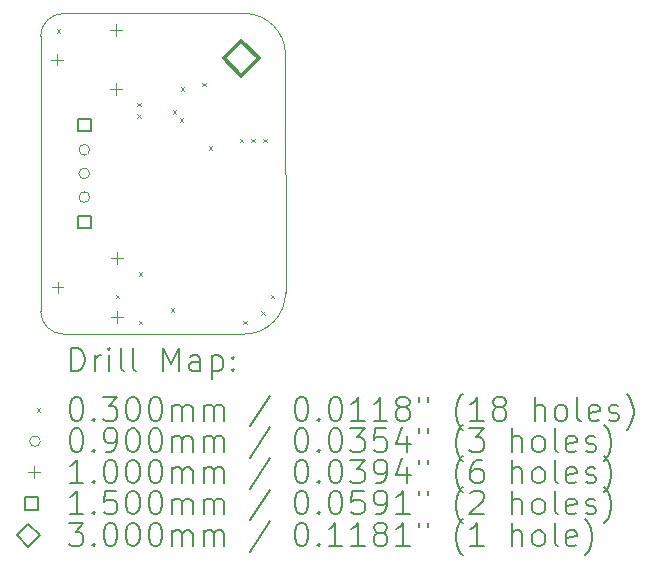
<source format=gbr>
%TF.GenerationSoftware,KiCad,Pcbnew,8.0.1*%
%TF.CreationDate,2024-07-25T21:09:52+08:00*%
%TF.ProjectId,555Sandbox,35353553-616e-4646-926f-782e6b696361,1.0.0*%
%TF.SameCoordinates,Original*%
%TF.FileFunction,Drillmap*%
%TF.FilePolarity,Positive*%
%FSLAX45Y45*%
G04 Gerber Fmt 4.5, Leading zero omitted, Abs format (unit mm)*
G04 Created by KiCad (PCBNEW 8.0.1) date 2024-07-25 21:09:52*
%MOMM*%
%LPD*%
G01*
G04 APERTURE LIST*
%ADD10C,0.050000*%
%ADD11C,0.200000*%
%ADD12C,0.100000*%
%ADD13C,0.150000*%
%ADD14C,0.300000*%
G04 APERTURE END LIST*
D10*
X7690000Y-9405000D02*
G75*
G02*
X7495000Y-9210000I0J195000D01*
G01*
X9569185Y-9054895D02*
G75*
G02*
X9219185Y-9405005I-350005J-105D01*
G01*
X9569185Y-9054895D02*
X9568581Y-7040000D01*
X9218581Y-6690000D02*
G75*
G02*
X9568580Y-7040000I-1J-350000D01*
G01*
X7495000Y-9210000D02*
X7495000Y-6885000D01*
X9219185Y-9405000D02*
X7690000Y-9405000D01*
X7495000Y-6885000D02*
G75*
G02*
X7690000Y-6690000I195000J0D01*
G01*
X7690000Y-6690000D02*
X9218581Y-6690000D01*
D11*
D12*
X7630000Y-6825000D02*
X7660000Y-6855000D01*
X7660000Y-6825000D02*
X7630000Y-6855000D01*
X8130000Y-9070000D02*
X8160000Y-9100000D01*
X8160000Y-9070000D02*
X8130000Y-9100000D01*
X8315000Y-7445000D02*
X8345000Y-7475000D01*
X8345000Y-7445000D02*
X8315000Y-7475000D01*
X8315000Y-7545000D02*
X8345000Y-7575000D01*
X8345000Y-7545000D02*
X8315000Y-7575000D01*
X8325000Y-8880000D02*
X8355000Y-8910000D01*
X8355000Y-8880000D02*
X8325000Y-8910000D01*
X8325000Y-9290000D02*
X8355000Y-9320000D01*
X8355000Y-9290000D02*
X8325000Y-9320000D01*
X8595000Y-9185000D02*
X8625000Y-9215000D01*
X8625000Y-9185000D02*
X8595000Y-9215000D01*
X8615000Y-7510000D02*
X8645000Y-7540000D01*
X8645000Y-7510000D02*
X8615000Y-7540000D01*
X8675000Y-7575000D02*
X8705000Y-7605000D01*
X8705000Y-7575000D02*
X8675000Y-7605000D01*
X8680000Y-7315000D02*
X8710000Y-7345000D01*
X8710000Y-7315000D02*
X8680000Y-7345000D01*
X8865000Y-7275000D02*
X8895000Y-7305000D01*
X8895000Y-7275000D02*
X8865000Y-7305000D01*
X8920000Y-7815000D02*
X8950000Y-7845000D01*
X8950000Y-7815000D02*
X8920000Y-7845000D01*
X9180000Y-7750000D02*
X9210000Y-7780000D01*
X9210000Y-7750000D02*
X9180000Y-7780000D01*
X9210000Y-9290000D02*
X9240000Y-9320000D01*
X9240000Y-9290000D02*
X9210000Y-9320000D01*
X9280000Y-7750000D02*
X9310000Y-7780000D01*
X9310000Y-7750000D02*
X9280000Y-7780000D01*
X9365000Y-9210000D02*
X9395000Y-9240000D01*
X9395000Y-9210000D02*
X9365000Y-9240000D01*
X9380000Y-7750000D02*
X9410000Y-7780000D01*
X9410000Y-7750000D02*
X9380000Y-7780000D01*
X9445000Y-9070000D02*
X9475000Y-9100000D01*
X9475000Y-9070000D02*
X9445000Y-9100000D01*
X7910000Y-7845000D02*
G75*
G02*
X7820000Y-7845000I-45000J0D01*
G01*
X7820000Y-7845000D02*
G75*
G02*
X7910000Y-7845000I45000J0D01*
G01*
X7910000Y-8045000D02*
G75*
G02*
X7820000Y-8045000I-45000J0D01*
G01*
X7820000Y-8045000D02*
G75*
G02*
X7910000Y-8045000I45000J0D01*
G01*
X7910000Y-8245000D02*
G75*
G02*
X7820000Y-8245000I-45000J0D01*
G01*
X7820000Y-8245000D02*
G75*
G02*
X7910000Y-8245000I45000J0D01*
G01*
X7635000Y-7030000D02*
X7635000Y-7130000D01*
X7585000Y-7080000D02*
X7685000Y-7080000D01*
X7639000Y-8960000D02*
X7639000Y-9060000D01*
X7589000Y-9010000D02*
X7689000Y-9010000D01*
X8135000Y-6780000D02*
X8135000Y-6880000D01*
X8085000Y-6830000D02*
X8185000Y-6830000D01*
X8135000Y-7280000D02*
X8135000Y-7380000D01*
X8085000Y-7330000D02*
X8185000Y-7330000D01*
X8139000Y-8710000D02*
X8139000Y-8810000D01*
X8089000Y-8760000D02*
X8189000Y-8760000D01*
X8139000Y-9210000D02*
X8139000Y-9310000D01*
X8089000Y-9260000D02*
X8189000Y-9260000D01*
D13*
X7918033Y-7688033D02*
X7918033Y-7581966D01*
X7811966Y-7581966D01*
X7811966Y-7688033D01*
X7918033Y-7688033D01*
X7918033Y-8508034D02*
X7918033Y-8401967D01*
X7811966Y-8401967D01*
X7811966Y-8508034D01*
X7918033Y-8508034D01*
D14*
X9195000Y-7220000D02*
X9345000Y-7070000D01*
X9195000Y-6920000D01*
X9045000Y-7070000D01*
X9195000Y-7220000D01*
D11*
X7753277Y-9718984D02*
X7753277Y-9518984D01*
X7753277Y-9518984D02*
X7800896Y-9518984D01*
X7800896Y-9518984D02*
X7829467Y-9528508D01*
X7829467Y-9528508D02*
X7848515Y-9547555D01*
X7848515Y-9547555D02*
X7858039Y-9566603D01*
X7858039Y-9566603D02*
X7867562Y-9604698D01*
X7867562Y-9604698D02*
X7867562Y-9633270D01*
X7867562Y-9633270D02*
X7858039Y-9671365D01*
X7858039Y-9671365D02*
X7848515Y-9690412D01*
X7848515Y-9690412D02*
X7829467Y-9709460D01*
X7829467Y-9709460D02*
X7800896Y-9718984D01*
X7800896Y-9718984D02*
X7753277Y-9718984D01*
X7953277Y-9718984D02*
X7953277Y-9585650D01*
X7953277Y-9623746D02*
X7962801Y-9604698D01*
X7962801Y-9604698D02*
X7972324Y-9595174D01*
X7972324Y-9595174D02*
X7991372Y-9585650D01*
X7991372Y-9585650D02*
X8010420Y-9585650D01*
X8077086Y-9718984D02*
X8077086Y-9585650D01*
X8077086Y-9518984D02*
X8067562Y-9528508D01*
X8067562Y-9528508D02*
X8077086Y-9538031D01*
X8077086Y-9538031D02*
X8086610Y-9528508D01*
X8086610Y-9528508D02*
X8077086Y-9518984D01*
X8077086Y-9518984D02*
X8077086Y-9538031D01*
X8200896Y-9718984D02*
X8181848Y-9709460D01*
X8181848Y-9709460D02*
X8172324Y-9690412D01*
X8172324Y-9690412D02*
X8172324Y-9518984D01*
X8305658Y-9718984D02*
X8286610Y-9709460D01*
X8286610Y-9709460D02*
X8277086Y-9690412D01*
X8277086Y-9690412D02*
X8277086Y-9518984D01*
X8534229Y-9718984D02*
X8534229Y-9518984D01*
X8534229Y-9518984D02*
X8600896Y-9661841D01*
X8600896Y-9661841D02*
X8667563Y-9518984D01*
X8667563Y-9518984D02*
X8667563Y-9718984D01*
X8848515Y-9718984D02*
X8848515Y-9614222D01*
X8848515Y-9614222D02*
X8838991Y-9595174D01*
X8838991Y-9595174D02*
X8819944Y-9585650D01*
X8819944Y-9585650D02*
X8781848Y-9585650D01*
X8781848Y-9585650D02*
X8762801Y-9595174D01*
X8848515Y-9709460D02*
X8829467Y-9718984D01*
X8829467Y-9718984D02*
X8781848Y-9718984D01*
X8781848Y-9718984D02*
X8762801Y-9709460D01*
X8762801Y-9709460D02*
X8753277Y-9690412D01*
X8753277Y-9690412D02*
X8753277Y-9671365D01*
X8753277Y-9671365D02*
X8762801Y-9652317D01*
X8762801Y-9652317D02*
X8781848Y-9642793D01*
X8781848Y-9642793D02*
X8829467Y-9642793D01*
X8829467Y-9642793D02*
X8848515Y-9633270D01*
X8943753Y-9585650D02*
X8943753Y-9785650D01*
X8943753Y-9595174D02*
X8962801Y-9585650D01*
X8962801Y-9585650D02*
X9000896Y-9585650D01*
X9000896Y-9585650D02*
X9019944Y-9595174D01*
X9019944Y-9595174D02*
X9029467Y-9604698D01*
X9029467Y-9604698D02*
X9038991Y-9623746D01*
X9038991Y-9623746D02*
X9038991Y-9680889D01*
X9038991Y-9680889D02*
X9029467Y-9699936D01*
X9029467Y-9699936D02*
X9019944Y-9709460D01*
X9019944Y-9709460D02*
X9000896Y-9718984D01*
X9000896Y-9718984D02*
X8962801Y-9718984D01*
X8962801Y-9718984D02*
X8943753Y-9709460D01*
X9124705Y-9699936D02*
X9134229Y-9709460D01*
X9134229Y-9709460D02*
X9124705Y-9718984D01*
X9124705Y-9718984D02*
X9115182Y-9709460D01*
X9115182Y-9709460D02*
X9124705Y-9699936D01*
X9124705Y-9699936D02*
X9124705Y-9718984D01*
X9124705Y-9595174D02*
X9134229Y-9604698D01*
X9134229Y-9604698D02*
X9124705Y-9614222D01*
X9124705Y-9614222D02*
X9115182Y-9604698D01*
X9115182Y-9604698D02*
X9124705Y-9595174D01*
X9124705Y-9595174D02*
X9124705Y-9614222D01*
D12*
X7462500Y-10032500D02*
X7492500Y-10062500D01*
X7492500Y-10032500D02*
X7462500Y-10062500D01*
D11*
X7791372Y-9938984D02*
X7810420Y-9938984D01*
X7810420Y-9938984D02*
X7829467Y-9948508D01*
X7829467Y-9948508D02*
X7838991Y-9958031D01*
X7838991Y-9958031D02*
X7848515Y-9977079D01*
X7848515Y-9977079D02*
X7858039Y-10015174D01*
X7858039Y-10015174D02*
X7858039Y-10062793D01*
X7858039Y-10062793D02*
X7848515Y-10100889D01*
X7848515Y-10100889D02*
X7838991Y-10119936D01*
X7838991Y-10119936D02*
X7829467Y-10129460D01*
X7829467Y-10129460D02*
X7810420Y-10138984D01*
X7810420Y-10138984D02*
X7791372Y-10138984D01*
X7791372Y-10138984D02*
X7772324Y-10129460D01*
X7772324Y-10129460D02*
X7762801Y-10119936D01*
X7762801Y-10119936D02*
X7753277Y-10100889D01*
X7753277Y-10100889D02*
X7743753Y-10062793D01*
X7743753Y-10062793D02*
X7743753Y-10015174D01*
X7743753Y-10015174D02*
X7753277Y-9977079D01*
X7753277Y-9977079D02*
X7762801Y-9958031D01*
X7762801Y-9958031D02*
X7772324Y-9948508D01*
X7772324Y-9948508D02*
X7791372Y-9938984D01*
X7943753Y-10119936D02*
X7953277Y-10129460D01*
X7953277Y-10129460D02*
X7943753Y-10138984D01*
X7943753Y-10138984D02*
X7934229Y-10129460D01*
X7934229Y-10129460D02*
X7943753Y-10119936D01*
X7943753Y-10119936D02*
X7943753Y-10138984D01*
X8019943Y-9938984D02*
X8143753Y-9938984D01*
X8143753Y-9938984D02*
X8077086Y-10015174D01*
X8077086Y-10015174D02*
X8105658Y-10015174D01*
X8105658Y-10015174D02*
X8124705Y-10024698D01*
X8124705Y-10024698D02*
X8134229Y-10034222D01*
X8134229Y-10034222D02*
X8143753Y-10053270D01*
X8143753Y-10053270D02*
X8143753Y-10100889D01*
X8143753Y-10100889D02*
X8134229Y-10119936D01*
X8134229Y-10119936D02*
X8124705Y-10129460D01*
X8124705Y-10129460D02*
X8105658Y-10138984D01*
X8105658Y-10138984D02*
X8048515Y-10138984D01*
X8048515Y-10138984D02*
X8029467Y-10129460D01*
X8029467Y-10129460D02*
X8019943Y-10119936D01*
X8267562Y-9938984D02*
X8286610Y-9938984D01*
X8286610Y-9938984D02*
X8305658Y-9948508D01*
X8305658Y-9948508D02*
X8315182Y-9958031D01*
X8315182Y-9958031D02*
X8324705Y-9977079D01*
X8324705Y-9977079D02*
X8334229Y-10015174D01*
X8334229Y-10015174D02*
X8334229Y-10062793D01*
X8334229Y-10062793D02*
X8324705Y-10100889D01*
X8324705Y-10100889D02*
X8315182Y-10119936D01*
X8315182Y-10119936D02*
X8305658Y-10129460D01*
X8305658Y-10129460D02*
X8286610Y-10138984D01*
X8286610Y-10138984D02*
X8267562Y-10138984D01*
X8267562Y-10138984D02*
X8248515Y-10129460D01*
X8248515Y-10129460D02*
X8238991Y-10119936D01*
X8238991Y-10119936D02*
X8229467Y-10100889D01*
X8229467Y-10100889D02*
X8219943Y-10062793D01*
X8219943Y-10062793D02*
X8219943Y-10015174D01*
X8219943Y-10015174D02*
X8229467Y-9977079D01*
X8229467Y-9977079D02*
X8238991Y-9958031D01*
X8238991Y-9958031D02*
X8248515Y-9948508D01*
X8248515Y-9948508D02*
X8267562Y-9938984D01*
X8458039Y-9938984D02*
X8477086Y-9938984D01*
X8477086Y-9938984D02*
X8496134Y-9948508D01*
X8496134Y-9948508D02*
X8505658Y-9958031D01*
X8505658Y-9958031D02*
X8515182Y-9977079D01*
X8515182Y-9977079D02*
X8524705Y-10015174D01*
X8524705Y-10015174D02*
X8524705Y-10062793D01*
X8524705Y-10062793D02*
X8515182Y-10100889D01*
X8515182Y-10100889D02*
X8505658Y-10119936D01*
X8505658Y-10119936D02*
X8496134Y-10129460D01*
X8496134Y-10129460D02*
X8477086Y-10138984D01*
X8477086Y-10138984D02*
X8458039Y-10138984D01*
X8458039Y-10138984D02*
X8438991Y-10129460D01*
X8438991Y-10129460D02*
X8429467Y-10119936D01*
X8429467Y-10119936D02*
X8419944Y-10100889D01*
X8419944Y-10100889D02*
X8410420Y-10062793D01*
X8410420Y-10062793D02*
X8410420Y-10015174D01*
X8410420Y-10015174D02*
X8419944Y-9977079D01*
X8419944Y-9977079D02*
X8429467Y-9958031D01*
X8429467Y-9958031D02*
X8438991Y-9948508D01*
X8438991Y-9948508D02*
X8458039Y-9938984D01*
X8610420Y-10138984D02*
X8610420Y-10005650D01*
X8610420Y-10024698D02*
X8619944Y-10015174D01*
X8619944Y-10015174D02*
X8638991Y-10005650D01*
X8638991Y-10005650D02*
X8667563Y-10005650D01*
X8667563Y-10005650D02*
X8686610Y-10015174D01*
X8686610Y-10015174D02*
X8696134Y-10034222D01*
X8696134Y-10034222D02*
X8696134Y-10138984D01*
X8696134Y-10034222D02*
X8705658Y-10015174D01*
X8705658Y-10015174D02*
X8724705Y-10005650D01*
X8724705Y-10005650D02*
X8753277Y-10005650D01*
X8753277Y-10005650D02*
X8772325Y-10015174D01*
X8772325Y-10015174D02*
X8781848Y-10034222D01*
X8781848Y-10034222D02*
X8781848Y-10138984D01*
X8877086Y-10138984D02*
X8877086Y-10005650D01*
X8877086Y-10024698D02*
X8886610Y-10015174D01*
X8886610Y-10015174D02*
X8905658Y-10005650D01*
X8905658Y-10005650D02*
X8934229Y-10005650D01*
X8934229Y-10005650D02*
X8953277Y-10015174D01*
X8953277Y-10015174D02*
X8962801Y-10034222D01*
X8962801Y-10034222D02*
X8962801Y-10138984D01*
X8962801Y-10034222D02*
X8972325Y-10015174D01*
X8972325Y-10015174D02*
X8991372Y-10005650D01*
X8991372Y-10005650D02*
X9019944Y-10005650D01*
X9019944Y-10005650D02*
X9038991Y-10015174D01*
X9038991Y-10015174D02*
X9048515Y-10034222D01*
X9048515Y-10034222D02*
X9048515Y-10138984D01*
X9438991Y-9929460D02*
X9267563Y-10186603D01*
X9696134Y-9938984D02*
X9715182Y-9938984D01*
X9715182Y-9938984D02*
X9734229Y-9948508D01*
X9734229Y-9948508D02*
X9743753Y-9958031D01*
X9743753Y-9958031D02*
X9753277Y-9977079D01*
X9753277Y-9977079D02*
X9762801Y-10015174D01*
X9762801Y-10015174D02*
X9762801Y-10062793D01*
X9762801Y-10062793D02*
X9753277Y-10100889D01*
X9753277Y-10100889D02*
X9743753Y-10119936D01*
X9743753Y-10119936D02*
X9734229Y-10129460D01*
X9734229Y-10129460D02*
X9715182Y-10138984D01*
X9715182Y-10138984D02*
X9696134Y-10138984D01*
X9696134Y-10138984D02*
X9677087Y-10129460D01*
X9677087Y-10129460D02*
X9667563Y-10119936D01*
X9667563Y-10119936D02*
X9658039Y-10100889D01*
X9658039Y-10100889D02*
X9648515Y-10062793D01*
X9648515Y-10062793D02*
X9648515Y-10015174D01*
X9648515Y-10015174D02*
X9658039Y-9977079D01*
X9658039Y-9977079D02*
X9667563Y-9958031D01*
X9667563Y-9958031D02*
X9677087Y-9948508D01*
X9677087Y-9948508D02*
X9696134Y-9938984D01*
X9848515Y-10119936D02*
X9858039Y-10129460D01*
X9858039Y-10129460D02*
X9848515Y-10138984D01*
X9848515Y-10138984D02*
X9838991Y-10129460D01*
X9838991Y-10129460D02*
X9848515Y-10119936D01*
X9848515Y-10119936D02*
X9848515Y-10138984D01*
X9981848Y-9938984D02*
X10000896Y-9938984D01*
X10000896Y-9938984D02*
X10019944Y-9948508D01*
X10019944Y-9948508D02*
X10029468Y-9958031D01*
X10029468Y-9958031D02*
X10038991Y-9977079D01*
X10038991Y-9977079D02*
X10048515Y-10015174D01*
X10048515Y-10015174D02*
X10048515Y-10062793D01*
X10048515Y-10062793D02*
X10038991Y-10100889D01*
X10038991Y-10100889D02*
X10029468Y-10119936D01*
X10029468Y-10119936D02*
X10019944Y-10129460D01*
X10019944Y-10129460D02*
X10000896Y-10138984D01*
X10000896Y-10138984D02*
X9981848Y-10138984D01*
X9981848Y-10138984D02*
X9962801Y-10129460D01*
X9962801Y-10129460D02*
X9953277Y-10119936D01*
X9953277Y-10119936D02*
X9943753Y-10100889D01*
X9943753Y-10100889D02*
X9934229Y-10062793D01*
X9934229Y-10062793D02*
X9934229Y-10015174D01*
X9934229Y-10015174D02*
X9943753Y-9977079D01*
X9943753Y-9977079D02*
X9953277Y-9958031D01*
X9953277Y-9958031D02*
X9962801Y-9948508D01*
X9962801Y-9948508D02*
X9981848Y-9938984D01*
X10238991Y-10138984D02*
X10124706Y-10138984D01*
X10181848Y-10138984D02*
X10181848Y-9938984D01*
X10181848Y-9938984D02*
X10162801Y-9967555D01*
X10162801Y-9967555D02*
X10143753Y-9986603D01*
X10143753Y-9986603D02*
X10124706Y-9996127D01*
X10429468Y-10138984D02*
X10315182Y-10138984D01*
X10372325Y-10138984D02*
X10372325Y-9938984D01*
X10372325Y-9938984D02*
X10353277Y-9967555D01*
X10353277Y-9967555D02*
X10334229Y-9986603D01*
X10334229Y-9986603D02*
X10315182Y-9996127D01*
X10543753Y-10024698D02*
X10524706Y-10015174D01*
X10524706Y-10015174D02*
X10515182Y-10005650D01*
X10515182Y-10005650D02*
X10505658Y-9986603D01*
X10505658Y-9986603D02*
X10505658Y-9977079D01*
X10505658Y-9977079D02*
X10515182Y-9958031D01*
X10515182Y-9958031D02*
X10524706Y-9948508D01*
X10524706Y-9948508D02*
X10543753Y-9938984D01*
X10543753Y-9938984D02*
X10581849Y-9938984D01*
X10581849Y-9938984D02*
X10600896Y-9948508D01*
X10600896Y-9948508D02*
X10610420Y-9958031D01*
X10610420Y-9958031D02*
X10619944Y-9977079D01*
X10619944Y-9977079D02*
X10619944Y-9986603D01*
X10619944Y-9986603D02*
X10610420Y-10005650D01*
X10610420Y-10005650D02*
X10600896Y-10015174D01*
X10600896Y-10015174D02*
X10581849Y-10024698D01*
X10581849Y-10024698D02*
X10543753Y-10024698D01*
X10543753Y-10024698D02*
X10524706Y-10034222D01*
X10524706Y-10034222D02*
X10515182Y-10043746D01*
X10515182Y-10043746D02*
X10505658Y-10062793D01*
X10505658Y-10062793D02*
X10505658Y-10100889D01*
X10505658Y-10100889D02*
X10515182Y-10119936D01*
X10515182Y-10119936D02*
X10524706Y-10129460D01*
X10524706Y-10129460D02*
X10543753Y-10138984D01*
X10543753Y-10138984D02*
X10581849Y-10138984D01*
X10581849Y-10138984D02*
X10600896Y-10129460D01*
X10600896Y-10129460D02*
X10610420Y-10119936D01*
X10610420Y-10119936D02*
X10619944Y-10100889D01*
X10619944Y-10100889D02*
X10619944Y-10062793D01*
X10619944Y-10062793D02*
X10610420Y-10043746D01*
X10610420Y-10043746D02*
X10600896Y-10034222D01*
X10600896Y-10034222D02*
X10581849Y-10024698D01*
X10696134Y-9938984D02*
X10696134Y-9977079D01*
X10772325Y-9938984D02*
X10772325Y-9977079D01*
X11067563Y-10215174D02*
X11058039Y-10205650D01*
X11058039Y-10205650D02*
X11038991Y-10177079D01*
X11038991Y-10177079D02*
X11029468Y-10158031D01*
X11029468Y-10158031D02*
X11019944Y-10129460D01*
X11019944Y-10129460D02*
X11010420Y-10081841D01*
X11010420Y-10081841D02*
X11010420Y-10043746D01*
X11010420Y-10043746D02*
X11019944Y-9996127D01*
X11019944Y-9996127D02*
X11029468Y-9967555D01*
X11029468Y-9967555D02*
X11038991Y-9948508D01*
X11038991Y-9948508D02*
X11058039Y-9919936D01*
X11058039Y-9919936D02*
X11067563Y-9910412D01*
X11248515Y-10138984D02*
X11134230Y-10138984D01*
X11191372Y-10138984D02*
X11191372Y-9938984D01*
X11191372Y-9938984D02*
X11172325Y-9967555D01*
X11172325Y-9967555D02*
X11153277Y-9986603D01*
X11153277Y-9986603D02*
X11134230Y-9996127D01*
X11362801Y-10024698D02*
X11343753Y-10015174D01*
X11343753Y-10015174D02*
X11334229Y-10005650D01*
X11334229Y-10005650D02*
X11324706Y-9986603D01*
X11324706Y-9986603D02*
X11324706Y-9977079D01*
X11324706Y-9977079D02*
X11334229Y-9958031D01*
X11334229Y-9958031D02*
X11343753Y-9948508D01*
X11343753Y-9948508D02*
X11362801Y-9938984D01*
X11362801Y-9938984D02*
X11400896Y-9938984D01*
X11400896Y-9938984D02*
X11419944Y-9948508D01*
X11419944Y-9948508D02*
X11429468Y-9958031D01*
X11429468Y-9958031D02*
X11438991Y-9977079D01*
X11438991Y-9977079D02*
X11438991Y-9986603D01*
X11438991Y-9986603D02*
X11429468Y-10005650D01*
X11429468Y-10005650D02*
X11419944Y-10015174D01*
X11419944Y-10015174D02*
X11400896Y-10024698D01*
X11400896Y-10024698D02*
X11362801Y-10024698D01*
X11362801Y-10024698D02*
X11343753Y-10034222D01*
X11343753Y-10034222D02*
X11334229Y-10043746D01*
X11334229Y-10043746D02*
X11324706Y-10062793D01*
X11324706Y-10062793D02*
X11324706Y-10100889D01*
X11324706Y-10100889D02*
X11334229Y-10119936D01*
X11334229Y-10119936D02*
X11343753Y-10129460D01*
X11343753Y-10129460D02*
X11362801Y-10138984D01*
X11362801Y-10138984D02*
X11400896Y-10138984D01*
X11400896Y-10138984D02*
X11419944Y-10129460D01*
X11419944Y-10129460D02*
X11429468Y-10119936D01*
X11429468Y-10119936D02*
X11438991Y-10100889D01*
X11438991Y-10100889D02*
X11438991Y-10062793D01*
X11438991Y-10062793D02*
X11429468Y-10043746D01*
X11429468Y-10043746D02*
X11419944Y-10034222D01*
X11419944Y-10034222D02*
X11400896Y-10024698D01*
X11677087Y-10138984D02*
X11677087Y-9938984D01*
X11762801Y-10138984D02*
X11762801Y-10034222D01*
X11762801Y-10034222D02*
X11753277Y-10015174D01*
X11753277Y-10015174D02*
X11734230Y-10005650D01*
X11734230Y-10005650D02*
X11705658Y-10005650D01*
X11705658Y-10005650D02*
X11686610Y-10015174D01*
X11686610Y-10015174D02*
X11677087Y-10024698D01*
X11886610Y-10138984D02*
X11867563Y-10129460D01*
X11867563Y-10129460D02*
X11858039Y-10119936D01*
X11858039Y-10119936D02*
X11848515Y-10100889D01*
X11848515Y-10100889D02*
X11848515Y-10043746D01*
X11848515Y-10043746D02*
X11858039Y-10024698D01*
X11858039Y-10024698D02*
X11867563Y-10015174D01*
X11867563Y-10015174D02*
X11886610Y-10005650D01*
X11886610Y-10005650D02*
X11915182Y-10005650D01*
X11915182Y-10005650D02*
X11934230Y-10015174D01*
X11934230Y-10015174D02*
X11943753Y-10024698D01*
X11943753Y-10024698D02*
X11953277Y-10043746D01*
X11953277Y-10043746D02*
X11953277Y-10100889D01*
X11953277Y-10100889D02*
X11943753Y-10119936D01*
X11943753Y-10119936D02*
X11934230Y-10129460D01*
X11934230Y-10129460D02*
X11915182Y-10138984D01*
X11915182Y-10138984D02*
X11886610Y-10138984D01*
X12067563Y-10138984D02*
X12048515Y-10129460D01*
X12048515Y-10129460D02*
X12038991Y-10110412D01*
X12038991Y-10110412D02*
X12038991Y-9938984D01*
X12219944Y-10129460D02*
X12200896Y-10138984D01*
X12200896Y-10138984D02*
X12162801Y-10138984D01*
X12162801Y-10138984D02*
X12143753Y-10129460D01*
X12143753Y-10129460D02*
X12134230Y-10110412D01*
X12134230Y-10110412D02*
X12134230Y-10034222D01*
X12134230Y-10034222D02*
X12143753Y-10015174D01*
X12143753Y-10015174D02*
X12162801Y-10005650D01*
X12162801Y-10005650D02*
X12200896Y-10005650D01*
X12200896Y-10005650D02*
X12219944Y-10015174D01*
X12219944Y-10015174D02*
X12229468Y-10034222D01*
X12229468Y-10034222D02*
X12229468Y-10053270D01*
X12229468Y-10053270D02*
X12134230Y-10072317D01*
X12305658Y-10129460D02*
X12324706Y-10138984D01*
X12324706Y-10138984D02*
X12362801Y-10138984D01*
X12362801Y-10138984D02*
X12381849Y-10129460D01*
X12381849Y-10129460D02*
X12391372Y-10110412D01*
X12391372Y-10110412D02*
X12391372Y-10100889D01*
X12391372Y-10100889D02*
X12381849Y-10081841D01*
X12381849Y-10081841D02*
X12362801Y-10072317D01*
X12362801Y-10072317D02*
X12334230Y-10072317D01*
X12334230Y-10072317D02*
X12315182Y-10062793D01*
X12315182Y-10062793D02*
X12305658Y-10043746D01*
X12305658Y-10043746D02*
X12305658Y-10034222D01*
X12305658Y-10034222D02*
X12315182Y-10015174D01*
X12315182Y-10015174D02*
X12334230Y-10005650D01*
X12334230Y-10005650D02*
X12362801Y-10005650D01*
X12362801Y-10005650D02*
X12381849Y-10015174D01*
X12458039Y-10215174D02*
X12467563Y-10205650D01*
X12467563Y-10205650D02*
X12486611Y-10177079D01*
X12486611Y-10177079D02*
X12496134Y-10158031D01*
X12496134Y-10158031D02*
X12505658Y-10129460D01*
X12505658Y-10129460D02*
X12515182Y-10081841D01*
X12515182Y-10081841D02*
X12515182Y-10043746D01*
X12515182Y-10043746D02*
X12505658Y-9996127D01*
X12505658Y-9996127D02*
X12496134Y-9967555D01*
X12496134Y-9967555D02*
X12486611Y-9948508D01*
X12486611Y-9948508D02*
X12467563Y-9919936D01*
X12467563Y-9919936D02*
X12458039Y-9910412D01*
D12*
X7492500Y-10311500D02*
G75*
G02*
X7402500Y-10311500I-45000J0D01*
G01*
X7402500Y-10311500D02*
G75*
G02*
X7492500Y-10311500I45000J0D01*
G01*
D11*
X7791372Y-10202984D02*
X7810420Y-10202984D01*
X7810420Y-10202984D02*
X7829467Y-10212508D01*
X7829467Y-10212508D02*
X7838991Y-10222031D01*
X7838991Y-10222031D02*
X7848515Y-10241079D01*
X7848515Y-10241079D02*
X7858039Y-10279174D01*
X7858039Y-10279174D02*
X7858039Y-10326793D01*
X7858039Y-10326793D02*
X7848515Y-10364889D01*
X7848515Y-10364889D02*
X7838991Y-10383936D01*
X7838991Y-10383936D02*
X7829467Y-10393460D01*
X7829467Y-10393460D02*
X7810420Y-10402984D01*
X7810420Y-10402984D02*
X7791372Y-10402984D01*
X7791372Y-10402984D02*
X7772324Y-10393460D01*
X7772324Y-10393460D02*
X7762801Y-10383936D01*
X7762801Y-10383936D02*
X7753277Y-10364889D01*
X7753277Y-10364889D02*
X7743753Y-10326793D01*
X7743753Y-10326793D02*
X7743753Y-10279174D01*
X7743753Y-10279174D02*
X7753277Y-10241079D01*
X7753277Y-10241079D02*
X7762801Y-10222031D01*
X7762801Y-10222031D02*
X7772324Y-10212508D01*
X7772324Y-10212508D02*
X7791372Y-10202984D01*
X7943753Y-10383936D02*
X7953277Y-10393460D01*
X7953277Y-10393460D02*
X7943753Y-10402984D01*
X7943753Y-10402984D02*
X7934229Y-10393460D01*
X7934229Y-10393460D02*
X7943753Y-10383936D01*
X7943753Y-10383936D02*
X7943753Y-10402984D01*
X8048515Y-10402984D02*
X8086610Y-10402984D01*
X8086610Y-10402984D02*
X8105658Y-10393460D01*
X8105658Y-10393460D02*
X8115182Y-10383936D01*
X8115182Y-10383936D02*
X8134229Y-10355365D01*
X8134229Y-10355365D02*
X8143753Y-10317270D01*
X8143753Y-10317270D02*
X8143753Y-10241079D01*
X8143753Y-10241079D02*
X8134229Y-10222031D01*
X8134229Y-10222031D02*
X8124705Y-10212508D01*
X8124705Y-10212508D02*
X8105658Y-10202984D01*
X8105658Y-10202984D02*
X8067562Y-10202984D01*
X8067562Y-10202984D02*
X8048515Y-10212508D01*
X8048515Y-10212508D02*
X8038991Y-10222031D01*
X8038991Y-10222031D02*
X8029467Y-10241079D01*
X8029467Y-10241079D02*
X8029467Y-10288698D01*
X8029467Y-10288698D02*
X8038991Y-10307746D01*
X8038991Y-10307746D02*
X8048515Y-10317270D01*
X8048515Y-10317270D02*
X8067562Y-10326793D01*
X8067562Y-10326793D02*
X8105658Y-10326793D01*
X8105658Y-10326793D02*
X8124705Y-10317270D01*
X8124705Y-10317270D02*
X8134229Y-10307746D01*
X8134229Y-10307746D02*
X8143753Y-10288698D01*
X8267562Y-10202984D02*
X8286610Y-10202984D01*
X8286610Y-10202984D02*
X8305658Y-10212508D01*
X8305658Y-10212508D02*
X8315182Y-10222031D01*
X8315182Y-10222031D02*
X8324705Y-10241079D01*
X8324705Y-10241079D02*
X8334229Y-10279174D01*
X8334229Y-10279174D02*
X8334229Y-10326793D01*
X8334229Y-10326793D02*
X8324705Y-10364889D01*
X8324705Y-10364889D02*
X8315182Y-10383936D01*
X8315182Y-10383936D02*
X8305658Y-10393460D01*
X8305658Y-10393460D02*
X8286610Y-10402984D01*
X8286610Y-10402984D02*
X8267562Y-10402984D01*
X8267562Y-10402984D02*
X8248515Y-10393460D01*
X8248515Y-10393460D02*
X8238991Y-10383936D01*
X8238991Y-10383936D02*
X8229467Y-10364889D01*
X8229467Y-10364889D02*
X8219943Y-10326793D01*
X8219943Y-10326793D02*
X8219943Y-10279174D01*
X8219943Y-10279174D02*
X8229467Y-10241079D01*
X8229467Y-10241079D02*
X8238991Y-10222031D01*
X8238991Y-10222031D02*
X8248515Y-10212508D01*
X8248515Y-10212508D02*
X8267562Y-10202984D01*
X8458039Y-10202984D02*
X8477086Y-10202984D01*
X8477086Y-10202984D02*
X8496134Y-10212508D01*
X8496134Y-10212508D02*
X8505658Y-10222031D01*
X8505658Y-10222031D02*
X8515182Y-10241079D01*
X8515182Y-10241079D02*
X8524705Y-10279174D01*
X8524705Y-10279174D02*
X8524705Y-10326793D01*
X8524705Y-10326793D02*
X8515182Y-10364889D01*
X8515182Y-10364889D02*
X8505658Y-10383936D01*
X8505658Y-10383936D02*
X8496134Y-10393460D01*
X8496134Y-10393460D02*
X8477086Y-10402984D01*
X8477086Y-10402984D02*
X8458039Y-10402984D01*
X8458039Y-10402984D02*
X8438991Y-10393460D01*
X8438991Y-10393460D02*
X8429467Y-10383936D01*
X8429467Y-10383936D02*
X8419944Y-10364889D01*
X8419944Y-10364889D02*
X8410420Y-10326793D01*
X8410420Y-10326793D02*
X8410420Y-10279174D01*
X8410420Y-10279174D02*
X8419944Y-10241079D01*
X8419944Y-10241079D02*
X8429467Y-10222031D01*
X8429467Y-10222031D02*
X8438991Y-10212508D01*
X8438991Y-10212508D02*
X8458039Y-10202984D01*
X8610420Y-10402984D02*
X8610420Y-10269650D01*
X8610420Y-10288698D02*
X8619944Y-10279174D01*
X8619944Y-10279174D02*
X8638991Y-10269650D01*
X8638991Y-10269650D02*
X8667563Y-10269650D01*
X8667563Y-10269650D02*
X8686610Y-10279174D01*
X8686610Y-10279174D02*
X8696134Y-10298222D01*
X8696134Y-10298222D02*
X8696134Y-10402984D01*
X8696134Y-10298222D02*
X8705658Y-10279174D01*
X8705658Y-10279174D02*
X8724705Y-10269650D01*
X8724705Y-10269650D02*
X8753277Y-10269650D01*
X8753277Y-10269650D02*
X8772325Y-10279174D01*
X8772325Y-10279174D02*
X8781848Y-10298222D01*
X8781848Y-10298222D02*
X8781848Y-10402984D01*
X8877086Y-10402984D02*
X8877086Y-10269650D01*
X8877086Y-10288698D02*
X8886610Y-10279174D01*
X8886610Y-10279174D02*
X8905658Y-10269650D01*
X8905658Y-10269650D02*
X8934229Y-10269650D01*
X8934229Y-10269650D02*
X8953277Y-10279174D01*
X8953277Y-10279174D02*
X8962801Y-10298222D01*
X8962801Y-10298222D02*
X8962801Y-10402984D01*
X8962801Y-10298222D02*
X8972325Y-10279174D01*
X8972325Y-10279174D02*
X8991372Y-10269650D01*
X8991372Y-10269650D02*
X9019944Y-10269650D01*
X9019944Y-10269650D02*
X9038991Y-10279174D01*
X9038991Y-10279174D02*
X9048515Y-10298222D01*
X9048515Y-10298222D02*
X9048515Y-10402984D01*
X9438991Y-10193460D02*
X9267563Y-10450603D01*
X9696134Y-10202984D02*
X9715182Y-10202984D01*
X9715182Y-10202984D02*
X9734229Y-10212508D01*
X9734229Y-10212508D02*
X9743753Y-10222031D01*
X9743753Y-10222031D02*
X9753277Y-10241079D01*
X9753277Y-10241079D02*
X9762801Y-10279174D01*
X9762801Y-10279174D02*
X9762801Y-10326793D01*
X9762801Y-10326793D02*
X9753277Y-10364889D01*
X9753277Y-10364889D02*
X9743753Y-10383936D01*
X9743753Y-10383936D02*
X9734229Y-10393460D01*
X9734229Y-10393460D02*
X9715182Y-10402984D01*
X9715182Y-10402984D02*
X9696134Y-10402984D01*
X9696134Y-10402984D02*
X9677087Y-10393460D01*
X9677087Y-10393460D02*
X9667563Y-10383936D01*
X9667563Y-10383936D02*
X9658039Y-10364889D01*
X9658039Y-10364889D02*
X9648515Y-10326793D01*
X9648515Y-10326793D02*
X9648515Y-10279174D01*
X9648515Y-10279174D02*
X9658039Y-10241079D01*
X9658039Y-10241079D02*
X9667563Y-10222031D01*
X9667563Y-10222031D02*
X9677087Y-10212508D01*
X9677087Y-10212508D02*
X9696134Y-10202984D01*
X9848515Y-10383936D02*
X9858039Y-10393460D01*
X9858039Y-10393460D02*
X9848515Y-10402984D01*
X9848515Y-10402984D02*
X9838991Y-10393460D01*
X9838991Y-10393460D02*
X9848515Y-10383936D01*
X9848515Y-10383936D02*
X9848515Y-10402984D01*
X9981848Y-10202984D02*
X10000896Y-10202984D01*
X10000896Y-10202984D02*
X10019944Y-10212508D01*
X10019944Y-10212508D02*
X10029468Y-10222031D01*
X10029468Y-10222031D02*
X10038991Y-10241079D01*
X10038991Y-10241079D02*
X10048515Y-10279174D01*
X10048515Y-10279174D02*
X10048515Y-10326793D01*
X10048515Y-10326793D02*
X10038991Y-10364889D01*
X10038991Y-10364889D02*
X10029468Y-10383936D01*
X10029468Y-10383936D02*
X10019944Y-10393460D01*
X10019944Y-10393460D02*
X10000896Y-10402984D01*
X10000896Y-10402984D02*
X9981848Y-10402984D01*
X9981848Y-10402984D02*
X9962801Y-10393460D01*
X9962801Y-10393460D02*
X9953277Y-10383936D01*
X9953277Y-10383936D02*
X9943753Y-10364889D01*
X9943753Y-10364889D02*
X9934229Y-10326793D01*
X9934229Y-10326793D02*
X9934229Y-10279174D01*
X9934229Y-10279174D02*
X9943753Y-10241079D01*
X9943753Y-10241079D02*
X9953277Y-10222031D01*
X9953277Y-10222031D02*
X9962801Y-10212508D01*
X9962801Y-10212508D02*
X9981848Y-10202984D01*
X10115182Y-10202984D02*
X10238991Y-10202984D01*
X10238991Y-10202984D02*
X10172325Y-10279174D01*
X10172325Y-10279174D02*
X10200896Y-10279174D01*
X10200896Y-10279174D02*
X10219944Y-10288698D01*
X10219944Y-10288698D02*
X10229468Y-10298222D01*
X10229468Y-10298222D02*
X10238991Y-10317270D01*
X10238991Y-10317270D02*
X10238991Y-10364889D01*
X10238991Y-10364889D02*
X10229468Y-10383936D01*
X10229468Y-10383936D02*
X10219944Y-10393460D01*
X10219944Y-10393460D02*
X10200896Y-10402984D01*
X10200896Y-10402984D02*
X10143753Y-10402984D01*
X10143753Y-10402984D02*
X10124706Y-10393460D01*
X10124706Y-10393460D02*
X10115182Y-10383936D01*
X10419944Y-10202984D02*
X10324706Y-10202984D01*
X10324706Y-10202984D02*
X10315182Y-10298222D01*
X10315182Y-10298222D02*
X10324706Y-10288698D01*
X10324706Y-10288698D02*
X10343753Y-10279174D01*
X10343753Y-10279174D02*
X10391372Y-10279174D01*
X10391372Y-10279174D02*
X10410420Y-10288698D01*
X10410420Y-10288698D02*
X10419944Y-10298222D01*
X10419944Y-10298222D02*
X10429468Y-10317270D01*
X10429468Y-10317270D02*
X10429468Y-10364889D01*
X10429468Y-10364889D02*
X10419944Y-10383936D01*
X10419944Y-10383936D02*
X10410420Y-10393460D01*
X10410420Y-10393460D02*
X10391372Y-10402984D01*
X10391372Y-10402984D02*
X10343753Y-10402984D01*
X10343753Y-10402984D02*
X10324706Y-10393460D01*
X10324706Y-10393460D02*
X10315182Y-10383936D01*
X10600896Y-10269650D02*
X10600896Y-10402984D01*
X10553277Y-10193460D02*
X10505658Y-10336317D01*
X10505658Y-10336317D02*
X10629468Y-10336317D01*
X10696134Y-10202984D02*
X10696134Y-10241079D01*
X10772325Y-10202984D02*
X10772325Y-10241079D01*
X11067563Y-10479174D02*
X11058039Y-10469650D01*
X11058039Y-10469650D02*
X11038991Y-10441079D01*
X11038991Y-10441079D02*
X11029468Y-10422031D01*
X11029468Y-10422031D02*
X11019944Y-10393460D01*
X11019944Y-10393460D02*
X11010420Y-10345841D01*
X11010420Y-10345841D02*
X11010420Y-10307746D01*
X11010420Y-10307746D02*
X11019944Y-10260127D01*
X11019944Y-10260127D02*
X11029468Y-10231555D01*
X11029468Y-10231555D02*
X11038991Y-10212508D01*
X11038991Y-10212508D02*
X11058039Y-10183936D01*
X11058039Y-10183936D02*
X11067563Y-10174412D01*
X11124706Y-10202984D02*
X11248515Y-10202984D01*
X11248515Y-10202984D02*
X11181849Y-10279174D01*
X11181849Y-10279174D02*
X11210420Y-10279174D01*
X11210420Y-10279174D02*
X11229468Y-10288698D01*
X11229468Y-10288698D02*
X11238991Y-10298222D01*
X11238991Y-10298222D02*
X11248515Y-10317270D01*
X11248515Y-10317270D02*
X11248515Y-10364889D01*
X11248515Y-10364889D02*
X11238991Y-10383936D01*
X11238991Y-10383936D02*
X11229468Y-10393460D01*
X11229468Y-10393460D02*
X11210420Y-10402984D01*
X11210420Y-10402984D02*
X11153277Y-10402984D01*
X11153277Y-10402984D02*
X11134230Y-10393460D01*
X11134230Y-10393460D02*
X11124706Y-10383936D01*
X11486610Y-10402984D02*
X11486610Y-10202984D01*
X11572325Y-10402984D02*
X11572325Y-10298222D01*
X11572325Y-10298222D02*
X11562801Y-10279174D01*
X11562801Y-10279174D02*
X11543753Y-10269650D01*
X11543753Y-10269650D02*
X11515182Y-10269650D01*
X11515182Y-10269650D02*
X11496134Y-10279174D01*
X11496134Y-10279174D02*
X11486610Y-10288698D01*
X11696134Y-10402984D02*
X11677087Y-10393460D01*
X11677087Y-10393460D02*
X11667563Y-10383936D01*
X11667563Y-10383936D02*
X11658039Y-10364889D01*
X11658039Y-10364889D02*
X11658039Y-10307746D01*
X11658039Y-10307746D02*
X11667563Y-10288698D01*
X11667563Y-10288698D02*
X11677087Y-10279174D01*
X11677087Y-10279174D02*
X11696134Y-10269650D01*
X11696134Y-10269650D02*
X11724706Y-10269650D01*
X11724706Y-10269650D02*
X11743753Y-10279174D01*
X11743753Y-10279174D02*
X11753277Y-10288698D01*
X11753277Y-10288698D02*
X11762801Y-10307746D01*
X11762801Y-10307746D02*
X11762801Y-10364889D01*
X11762801Y-10364889D02*
X11753277Y-10383936D01*
X11753277Y-10383936D02*
X11743753Y-10393460D01*
X11743753Y-10393460D02*
X11724706Y-10402984D01*
X11724706Y-10402984D02*
X11696134Y-10402984D01*
X11877087Y-10402984D02*
X11858039Y-10393460D01*
X11858039Y-10393460D02*
X11848515Y-10374412D01*
X11848515Y-10374412D02*
X11848515Y-10202984D01*
X12029468Y-10393460D02*
X12010420Y-10402984D01*
X12010420Y-10402984D02*
X11972325Y-10402984D01*
X11972325Y-10402984D02*
X11953277Y-10393460D01*
X11953277Y-10393460D02*
X11943753Y-10374412D01*
X11943753Y-10374412D02*
X11943753Y-10298222D01*
X11943753Y-10298222D02*
X11953277Y-10279174D01*
X11953277Y-10279174D02*
X11972325Y-10269650D01*
X11972325Y-10269650D02*
X12010420Y-10269650D01*
X12010420Y-10269650D02*
X12029468Y-10279174D01*
X12029468Y-10279174D02*
X12038991Y-10298222D01*
X12038991Y-10298222D02*
X12038991Y-10317270D01*
X12038991Y-10317270D02*
X11943753Y-10336317D01*
X12115182Y-10393460D02*
X12134230Y-10402984D01*
X12134230Y-10402984D02*
X12172325Y-10402984D01*
X12172325Y-10402984D02*
X12191372Y-10393460D01*
X12191372Y-10393460D02*
X12200896Y-10374412D01*
X12200896Y-10374412D02*
X12200896Y-10364889D01*
X12200896Y-10364889D02*
X12191372Y-10345841D01*
X12191372Y-10345841D02*
X12172325Y-10336317D01*
X12172325Y-10336317D02*
X12143753Y-10336317D01*
X12143753Y-10336317D02*
X12124706Y-10326793D01*
X12124706Y-10326793D02*
X12115182Y-10307746D01*
X12115182Y-10307746D02*
X12115182Y-10298222D01*
X12115182Y-10298222D02*
X12124706Y-10279174D01*
X12124706Y-10279174D02*
X12143753Y-10269650D01*
X12143753Y-10269650D02*
X12172325Y-10269650D01*
X12172325Y-10269650D02*
X12191372Y-10279174D01*
X12267563Y-10479174D02*
X12277087Y-10469650D01*
X12277087Y-10469650D02*
X12296134Y-10441079D01*
X12296134Y-10441079D02*
X12305658Y-10422031D01*
X12305658Y-10422031D02*
X12315182Y-10393460D01*
X12315182Y-10393460D02*
X12324706Y-10345841D01*
X12324706Y-10345841D02*
X12324706Y-10307746D01*
X12324706Y-10307746D02*
X12315182Y-10260127D01*
X12315182Y-10260127D02*
X12305658Y-10231555D01*
X12305658Y-10231555D02*
X12296134Y-10212508D01*
X12296134Y-10212508D02*
X12277087Y-10183936D01*
X12277087Y-10183936D02*
X12267563Y-10174412D01*
D12*
X7442500Y-10525500D02*
X7442500Y-10625500D01*
X7392500Y-10575500D02*
X7492500Y-10575500D01*
D11*
X7858039Y-10666984D02*
X7743753Y-10666984D01*
X7800896Y-10666984D02*
X7800896Y-10466984D01*
X7800896Y-10466984D02*
X7781848Y-10495555D01*
X7781848Y-10495555D02*
X7762801Y-10514603D01*
X7762801Y-10514603D02*
X7743753Y-10524127D01*
X7943753Y-10647936D02*
X7953277Y-10657460D01*
X7953277Y-10657460D02*
X7943753Y-10666984D01*
X7943753Y-10666984D02*
X7934229Y-10657460D01*
X7934229Y-10657460D02*
X7943753Y-10647936D01*
X7943753Y-10647936D02*
X7943753Y-10666984D01*
X8077086Y-10466984D02*
X8096134Y-10466984D01*
X8096134Y-10466984D02*
X8115182Y-10476508D01*
X8115182Y-10476508D02*
X8124705Y-10486031D01*
X8124705Y-10486031D02*
X8134229Y-10505079D01*
X8134229Y-10505079D02*
X8143753Y-10543174D01*
X8143753Y-10543174D02*
X8143753Y-10590793D01*
X8143753Y-10590793D02*
X8134229Y-10628889D01*
X8134229Y-10628889D02*
X8124705Y-10647936D01*
X8124705Y-10647936D02*
X8115182Y-10657460D01*
X8115182Y-10657460D02*
X8096134Y-10666984D01*
X8096134Y-10666984D02*
X8077086Y-10666984D01*
X8077086Y-10666984D02*
X8058039Y-10657460D01*
X8058039Y-10657460D02*
X8048515Y-10647936D01*
X8048515Y-10647936D02*
X8038991Y-10628889D01*
X8038991Y-10628889D02*
X8029467Y-10590793D01*
X8029467Y-10590793D02*
X8029467Y-10543174D01*
X8029467Y-10543174D02*
X8038991Y-10505079D01*
X8038991Y-10505079D02*
X8048515Y-10486031D01*
X8048515Y-10486031D02*
X8058039Y-10476508D01*
X8058039Y-10476508D02*
X8077086Y-10466984D01*
X8267562Y-10466984D02*
X8286610Y-10466984D01*
X8286610Y-10466984D02*
X8305658Y-10476508D01*
X8305658Y-10476508D02*
X8315182Y-10486031D01*
X8315182Y-10486031D02*
X8324705Y-10505079D01*
X8324705Y-10505079D02*
X8334229Y-10543174D01*
X8334229Y-10543174D02*
X8334229Y-10590793D01*
X8334229Y-10590793D02*
X8324705Y-10628889D01*
X8324705Y-10628889D02*
X8315182Y-10647936D01*
X8315182Y-10647936D02*
X8305658Y-10657460D01*
X8305658Y-10657460D02*
X8286610Y-10666984D01*
X8286610Y-10666984D02*
X8267562Y-10666984D01*
X8267562Y-10666984D02*
X8248515Y-10657460D01*
X8248515Y-10657460D02*
X8238991Y-10647936D01*
X8238991Y-10647936D02*
X8229467Y-10628889D01*
X8229467Y-10628889D02*
X8219943Y-10590793D01*
X8219943Y-10590793D02*
X8219943Y-10543174D01*
X8219943Y-10543174D02*
X8229467Y-10505079D01*
X8229467Y-10505079D02*
X8238991Y-10486031D01*
X8238991Y-10486031D02*
X8248515Y-10476508D01*
X8248515Y-10476508D02*
X8267562Y-10466984D01*
X8458039Y-10466984D02*
X8477086Y-10466984D01*
X8477086Y-10466984D02*
X8496134Y-10476508D01*
X8496134Y-10476508D02*
X8505658Y-10486031D01*
X8505658Y-10486031D02*
X8515182Y-10505079D01*
X8515182Y-10505079D02*
X8524705Y-10543174D01*
X8524705Y-10543174D02*
X8524705Y-10590793D01*
X8524705Y-10590793D02*
X8515182Y-10628889D01*
X8515182Y-10628889D02*
X8505658Y-10647936D01*
X8505658Y-10647936D02*
X8496134Y-10657460D01*
X8496134Y-10657460D02*
X8477086Y-10666984D01*
X8477086Y-10666984D02*
X8458039Y-10666984D01*
X8458039Y-10666984D02*
X8438991Y-10657460D01*
X8438991Y-10657460D02*
X8429467Y-10647936D01*
X8429467Y-10647936D02*
X8419944Y-10628889D01*
X8419944Y-10628889D02*
X8410420Y-10590793D01*
X8410420Y-10590793D02*
X8410420Y-10543174D01*
X8410420Y-10543174D02*
X8419944Y-10505079D01*
X8419944Y-10505079D02*
X8429467Y-10486031D01*
X8429467Y-10486031D02*
X8438991Y-10476508D01*
X8438991Y-10476508D02*
X8458039Y-10466984D01*
X8610420Y-10666984D02*
X8610420Y-10533650D01*
X8610420Y-10552698D02*
X8619944Y-10543174D01*
X8619944Y-10543174D02*
X8638991Y-10533650D01*
X8638991Y-10533650D02*
X8667563Y-10533650D01*
X8667563Y-10533650D02*
X8686610Y-10543174D01*
X8686610Y-10543174D02*
X8696134Y-10562222D01*
X8696134Y-10562222D02*
X8696134Y-10666984D01*
X8696134Y-10562222D02*
X8705658Y-10543174D01*
X8705658Y-10543174D02*
X8724705Y-10533650D01*
X8724705Y-10533650D02*
X8753277Y-10533650D01*
X8753277Y-10533650D02*
X8772325Y-10543174D01*
X8772325Y-10543174D02*
X8781848Y-10562222D01*
X8781848Y-10562222D02*
X8781848Y-10666984D01*
X8877086Y-10666984D02*
X8877086Y-10533650D01*
X8877086Y-10552698D02*
X8886610Y-10543174D01*
X8886610Y-10543174D02*
X8905658Y-10533650D01*
X8905658Y-10533650D02*
X8934229Y-10533650D01*
X8934229Y-10533650D02*
X8953277Y-10543174D01*
X8953277Y-10543174D02*
X8962801Y-10562222D01*
X8962801Y-10562222D02*
X8962801Y-10666984D01*
X8962801Y-10562222D02*
X8972325Y-10543174D01*
X8972325Y-10543174D02*
X8991372Y-10533650D01*
X8991372Y-10533650D02*
X9019944Y-10533650D01*
X9019944Y-10533650D02*
X9038991Y-10543174D01*
X9038991Y-10543174D02*
X9048515Y-10562222D01*
X9048515Y-10562222D02*
X9048515Y-10666984D01*
X9438991Y-10457460D02*
X9267563Y-10714603D01*
X9696134Y-10466984D02*
X9715182Y-10466984D01*
X9715182Y-10466984D02*
X9734229Y-10476508D01*
X9734229Y-10476508D02*
X9743753Y-10486031D01*
X9743753Y-10486031D02*
X9753277Y-10505079D01*
X9753277Y-10505079D02*
X9762801Y-10543174D01*
X9762801Y-10543174D02*
X9762801Y-10590793D01*
X9762801Y-10590793D02*
X9753277Y-10628889D01*
X9753277Y-10628889D02*
X9743753Y-10647936D01*
X9743753Y-10647936D02*
X9734229Y-10657460D01*
X9734229Y-10657460D02*
X9715182Y-10666984D01*
X9715182Y-10666984D02*
X9696134Y-10666984D01*
X9696134Y-10666984D02*
X9677087Y-10657460D01*
X9677087Y-10657460D02*
X9667563Y-10647936D01*
X9667563Y-10647936D02*
X9658039Y-10628889D01*
X9658039Y-10628889D02*
X9648515Y-10590793D01*
X9648515Y-10590793D02*
X9648515Y-10543174D01*
X9648515Y-10543174D02*
X9658039Y-10505079D01*
X9658039Y-10505079D02*
X9667563Y-10486031D01*
X9667563Y-10486031D02*
X9677087Y-10476508D01*
X9677087Y-10476508D02*
X9696134Y-10466984D01*
X9848515Y-10647936D02*
X9858039Y-10657460D01*
X9858039Y-10657460D02*
X9848515Y-10666984D01*
X9848515Y-10666984D02*
X9838991Y-10657460D01*
X9838991Y-10657460D02*
X9848515Y-10647936D01*
X9848515Y-10647936D02*
X9848515Y-10666984D01*
X9981848Y-10466984D02*
X10000896Y-10466984D01*
X10000896Y-10466984D02*
X10019944Y-10476508D01*
X10019944Y-10476508D02*
X10029468Y-10486031D01*
X10029468Y-10486031D02*
X10038991Y-10505079D01*
X10038991Y-10505079D02*
X10048515Y-10543174D01*
X10048515Y-10543174D02*
X10048515Y-10590793D01*
X10048515Y-10590793D02*
X10038991Y-10628889D01*
X10038991Y-10628889D02*
X10029468Y-10647936D01*
X10029468Y-10647936D02*
X10019944Y-10657460D01*
X10019944Y-10657460D02*
X10000896Y-10666984D01*
X10000896Y-10666984D02*
X9981848Y-10666984D01*
X9981848Y-10666984D02*
X9962801Y-10657460D01*
X9962801Y-10657460D02*
X9953277Y-10647936D01*
X9953277Y-10647936D02*
X9943753Y-10628889D01*
X9943753Y-10628889D02*
X9934229Y-10590793D01*
X9934229Y-10590793D02*
X9934229Y-10543174D01*
X9934229Y-10543174D02*
X9943753Y-10505079D01*
X9943753Y-10505079D02*
X9953277Y-10486031D01*
X9953277Y-10486031D02*
X9962801Y-10476508D01*
X9962801Y-10476508D02*
X9981848Y-10466984D01*
X10115182Y-10466984D02*
X10238991Y-10466984D01*
X10238991Y-10466984D02*
X10172325Y-10543174D01*
X10172325Y-10543174D02*
X10200896Y-10543174D01*
X10200896Y-10543174D02*
X10219944Y-10552698D01*
X10219944Y-10552698D02*
X10229468Y-10562222D01*
X10229468Y-10562222D02*
X10238991Y-10581270D01*
X10238991Y-10581270D02*
X10238991Y-10628889D01*
X10238991Y-10628889D02*
X10229468Y-10647936D01*
X10229468Y-10647936D02*
X10219944Y-10657460D01*
X10219944Y-10657460D02*
X10200896Y-10666984D01*
X10200896Y-10666984D02*
X10143753Y-10666984D01*
X10143753Y-10666984D02*
X10124706Y-10657460D01*
X10124706Y-10657460D02*
X10115182Y-10647936D01*
X10334229Y-10666984D02*
X10372325Y-10666984D01*
X10372325Y-10666984D02*
X10391372Y-10657460D01*
X10391372Y-10657460D02*
X10400896Y-10647936D01*
X10400896Y-10647936D02*
X10419944Y-10619365D01*
X10419944Y-10619365D02*
X10429468Y-10581270D01*
X10429468Y-10581270D02*
X10429468Y-10505079D01*
X10429468Y-10505079D02*
X10419944Y-10486031D01*
X10419944Y-10486031D02*
X10410420Y-10476508D01*
X10410420Y-10476508D02*
X10391372Y-10466984D01*
X10391372Y-10466984D02*
X10353277Y-10466984D01*
X10353277Y-10466984D02*
X10334229Y-10476508D01*
X10334229Y-10476508D02*
X10324706Y-10486031D01*
X10324706Y-10486031D02*
X10315182Y-10505079D01*
X10315182Y-10505079D02*
X10315182Y-10552698D01*
X10315182Y-10552698D02*
X10324706Y-10571746D01*
X10324706Y-10571746D02*
X10334229Y-10581270D01*
X10334229Y-10581270D02*
X10353277Y-10590793D01*
X10353277Y-10590793D02*
X10391372Y-10590793D01*
X10391372Y-10590793D02*
X10410420Y-10581270D01*
X10410420Y-10581270D02*
X10419944Y-10571746D01*
X10419944Y-10571746D02*
X10429468Y-10552698D01*
X10600896Y-10533650D02*
X10600896Y-10666984D01*
X10553277Y-10457460D02*
X10505658Y-10600317D01*
X10505658Y-10600317D02*
X10629468Y-10600317D01*
X10696134Y-10466984D02*
X10696134Y-10505079D01*
X10772325Y-10466984D02*
X10772325Y-10505079D01*
X11067563Y-10743174D02*
X11058039Y-10733650D01*
X11058039Y-10733650D02*
X11038991Y-10705079D01*
X11038991Y-10705079D02*
X11029468Y-10686031D01*
X11029468Y-10686031D02*
X11019944Y-10657460D01*
X11019944Y-10657460D02*
X11010420Y-10609841D01*
X11010420Y-10609841D02*
X11010420Y-10571746D01*
X11010420Y-10571746D02*
X11019944Y-10524127D01*
X11019944Y-10524127D02*
X11029468Y-10495555D01*
X11029468Y-10495555D02*
X11038991Y-10476508D01*
X11038991Y-10476508D02*
X11058039Y-10447936D01*
X11058039Y-10447936D02*
X11067563Y-10438412D01*
X11229468Y-10466984D02*
X11191372Y-10466984D01*
X11191372Y-10466984D02*
X11172325Y-10476508D01*
X11172325Y-10476508D02*
X11162801Y-10486031D01*
X11162801Y-10486031D02*
X11143753Y-10514603D01*
X11143753Y-10514603D02*
X11134230Y-10552698D01*
X11134230Y-10552698D02*
X11134230Y-10628889D01*
X11134230Y-10628889D02*
X11143753Y-10647936D01*
X11143753Y-10647936D02*
X11153277Y-10657460D01*
X11153277Y-10657460D02*
X11172325Y-10666984D01*
X11172325Y-10666984D02*
X11210420Y-10666984D01*
X11210420Y-10666984D02*
X11229468Y-10657460D01*
X11229468Y-10657460D02*
X11238991Y-10647936D01*
X11238991Y-10647936D02*
X11248515Y-10628889D01*
X11248515Y-10628889D02*
X11248515Y-10581270D01*
X11248515Y-10581270D02*
X11238991Y-10562222D01*
X11238991Y-10562222D02*
X11229468Y-10552698D01*
X11229468Y-10552698D02*
X11210420Y-10543174D01*
X11210420Y-10543174D02*
X11172325Y-10543174D01*
X11172325Y-10543174D02*
X11153277Y-10552698D01*
X11153277Y-10552698D02*
X11143753Y-10562222D01*
X11143753Y-10562222D02*
X11134230Y-10581270D01*
X11486610Y-10666984D02*
X11486610Y-10466984D01*
X11572325Y-10666984D02*
X11572325Y-10562222D01*
X11572325Y-10562222D02*
X11562801Y-10543174D01*
X11562801Y-10543174D02*
X11543753Y-10533650D01*
X11543753Y-10533650D02*
X11515182Y-10533650D01*
X11515182Y-10533650D02*
X11496134Y-10543174D01*
X11496134Y-10543174D02*
X11486610Y-10552698D01*
X11696134Y-10666984D02*
X11677087Y-10657460D01*
X11677087Y-10657460D02*
X11667563Y-10647936D01*
X11667563Y-10647936D02*
X11658039Y-10628889D01*
X11658039Y-10628889D02*
X11658039Y-10571746D01*
X11658039Y-10571746D02*
X11667563Y-10552698D01*
X11667563Y-10552698D02*
X11677087Y-10543174D01*
X11677087Y-10543174D02*
X11696134Y-10533650D01*
X11696134Y-10533650D02*
X11724706Y-10533650D01*
X11724706Y-10533650D02*
X11743753Y-10543174D01*
X11743753Y-10543174D02*
X11753277Y-10552698D01*
X11753277Y-10552698D02*
X11762801Y-10571746D01*
X11762801Y-10571746D02*
X11762801Y-10628889D01*
X11762801Y-10628889D02*
X11753277Y-10647936D01*
X11753277Y-10647936D02*
X11743753Y-10657460D01*
X11743753Y-10657460D02*
X11724706Y-10666984D01*
X11724706Y-10666984D02*
X11696134Y-10666984D01*
X11877087Y-10666984D02*
X11858039Y-10657460D01*
X11858039Y-10657460D02*
X11848515Y-10638412D01*
X11848515Y-10638412D02*
X11848515Y-10466984D01*
X12029468Y-10657460D02*
X12010420Y-10666984D01*
X12010420Y-10666984D02*
X11972325Y-10666984D01*
X11972325Y-10666984D02*
X11953277Y-10657460D01*
X11953277Y-10657460D02*
X11943753Y-10638412D01*
X11943753Y-10638412D02*
X11943753Y-10562222D01*
X11943753Y-10562222D02*
X11953277Y-10543174D01*
X11953277Y-10543174D02*
X11972325Y-10533650D01*
X11972325Y-10533650D02*
X12010420Y-10533650D01*
X12010420Y-10533650D02*
X12029468Y-10543174D01*
X12029468Y-10543174D02*
X12038991Y-10562222D01*
X12038991Y-10562222D02*
X12038991Y-10581270D01*
X12038991Y-10581270D02*
X11943753Y-10600317D01*
X12115182Y-10657460D02*
X12134230Y-10666984D01*
X12134230Y-10666984D02*
X12172325Y-10666984D01*
X12172325Y-10666984D02*
X12191372Y-10657460D01*
X12191372Y-10657460D02*
X12200896Y-10638412D01*
X12200896Y-10638412D02*
X12200896Y-10628889D01*
X12200896Y-10628889D02*
X12191372Y-10609841D01*
X12191372Y-10609841D02*
X12172325Y-10600317D01*
X12172325Y-10600317D02*
X12143753Y-10600317D01*
X12143753Y-10600317D02*
X12124706Y-10590793D01*
X12124706Y-10590793D02*
X12115182Y-10571746D01*
X12115182Y-10571746D02*
X12115182Y-10562222D01*
X12115182Y-10562222D02*
X12124706Y-10543174D01*
X12124706Y-10543174D02*
X12143753Y-10533650D01*
X12143753Y-10533650D02*
X12172325Y-10533650D01*
X12172325Y-10533650D02*
X12191372Y-10543174D01*
X12267563Y-10743174D02*
X12277087Y-10733650D01*
X12277087Y-10733650D02*
X12296134Y-10705079D01*
X12296134Y-10705079D02*
X12305658Y-10686031D01*
X12305658Y-10686031D02*
X12315182Y-10657460D01*
X12315182Y-10657460D02*
X12324706Y-10609841D01*
X12324706Y-10609841D02*
X12324706Y-10571746D01*
X12324706Y-10571746D02*
X12315182Y-10524127D01*
X12315182Y-10524127D02*
X12305658Y-10495555D01*
X12305658Y-10495555D02*
X12296134Y-10476508D01*
X12296134Y-10476508D02*
X12277087Y-10447936D01*
X12277087Y-10447936D02*
X12267563Y-10438412D01*
D13*
X7470533Y-10892534D02*
X7470533Y-10786467D01*
X7364466Y-10786467D01*
X7364466Y-10892534D01*
X7470533Y-10892534D01*
D11*
X7858039Y-10930984D02*
X7743753Y-10930984D01*
X7800896Y-10930984D02*
X7800896Y-10730984D01*
X7800896Y-10730984D02*
X7781848Y-10759555D01*
X7781848Y-10759555D02*
X7762801Y-10778603D01*
X7762801Y-10778603D02*
X7743753Y-10788127D01*
X7943753Y-10911936D02*
X7953277Y-10921460D01*
X7953277Y-10921460D02*
X7943753Y-10930984D01*
X7943753Y-10930984D02*
X7934229Y-10921460D01*
X7934229Y-10921460D02*
X7943753Y-10911936D01*
X7943753Y-10911936D02*
X7943753Y-10930984D01*
X8134229Y-10730984D02*
X8038991Y-10730984D01*
X8038991Y-10730984D02*
X8029467Y-10826222D01*
X8029467Y-10826222D02*
X8038991Y-10816698D01*
X8038991Y-10816698D02*
X8058039Y-10807174D01*
X8058039Y-10807174D02*
X8105658Y-10807174D01*
X8105658Y-10807174D02*
X8124705Y-10816698D01*
X8124705Y-10816698D02*
X8134229Y-10826222D01*
X8134229Y-10826222D02*
X8143753Y-10845270D01*
X8143753Y-10845270D02*
X8143753Y-10892889D01*
X8143753Y-10892889D02*
X8134229Y-10911936D01*
X8134229Y-10911936D02*
X8124705Y-10921460D01*
X8124705Y-10921460D02*
X8105658Y-10930984D01*
X8105658Y-10930984D02*
X8058039Y-10930984D01*
X8058039Y-10930984D02*
X8038991Y-10921460D01*
X8038991Y-10921460D02*
X8029467Y-10911936D01*
X8267562Y-10730984D02*
X8286610Y-10730984D01*
X8286610Y-10730984D02*
X8305658Y-10740508D01*
X8305658Y-10740508D02*
X8315182Y-10750031D01*
X8315182Y-10750031D02*
X8324705Y-10769079D01*
X8324705Y-10769079D02*
X8334229Y-10807174D01*
X8334229Y-10807174D02*
X8334229Y-10854793D01*
X8334229Y-10854793D02*
X8324705Y-10892889D01*
X8324705Y-10892889D02*
X8315182Y-10911936D01*
X8315182Y-10911936D02*
X8305658Y-10921460D01*
X8305658Y-10921460D02*
X8286610Y-10930984D01*
X8286610Y-10930984D02*
X8267562Y-10930984D01*
X8267562Y-10930984D02*
X8248515Y-10921460D01*
X8248515Y-10921460D02*
X8238991Y-10911936D01*
X8238991Y-10911936D02*
X8229467Y-10892889D01*
X8229467Y-10892889D02*
X8219943Y-10854793D01*
X8219943Y-10854793D02*
X8219943Y-10807174D01*
X8219943Y-10807174D02*
X8229467Y-10769079D01*
X8229467Y-10769079D02*
X8238991Y-10750031D01*
X8238991Y-10750031D02*
X8248515Y-10740508D01*
X8248515Y-10740508D02*
X8267562Y-10730984D01*
X8458039Y-10730984D02*
X8477086Y-10730984D01*
X8477086Y-10730984D02*
X8496134Y-10740508D01*
X8496134Y-10740508D02*
X8505658Y-10750031D01*
X8505658Y-10750031D02*
X8515182Y-10769079D01*
X8515182Y-10769079D02*
X8524705Y-10807174D01*
X8524705Y-10807174D02*
X8524705Y-10854793D01*
X8524705Y-10854793D02*
X8515182Y-10892889D01*
X8515182Y-10892889D02*
X8505658Y-10911936D01*
X8505658Y-10911936D02*
X8496134Y-10921460D01*
X8496134Y-10921460D02*
X8477086Y-10930984D01*
X8477086Y-10930984D02*
X8458039Y-10930984D01*
X8458039Y-10930984D02*
X8438991Y-10921460D01*
X8438991Y-10921460D02*
X8429467Y-10911936D01*
X8429467Y-10911936D02*
X8419944Y-10892889D01*
X8419944Y-10892889D02*
X8410420Y-10854793D01*
X8410420Y-10854793D02*
X8410420Y-10807174D01*
X8410420Y-10807174D02*
X8419944Y-10769079D01*
X8419944Y-10769079D02*
X8429467Y-10750031D01*
X8429467Y-10750031D02*
X8438991Y-10740508D01*
X8438991Y-10740508D02*
X8458039Y-10730984D01*
X8610420Y-10930984D02*
X8610420Y-10797650D01*
X8610420Y-10816698D02*
X8619944Y-10807174D01*
X8619944Y-10807174D02*
X8638991Y-10797650D01*
X8638991Y-10797650D02*
X8667563Y-10797650D01*
X8667563Y-10797650D02*
X8686610Y-10807174D01*
X8686610Y-10807174D02*
X8696134Y-10826222D01*
X8696134Y-10826222D02*
X8696134Y-10930984D01*
X8696134Y-10826222D02*
X8705658Y-10807174D01*
X8705658Y-10807174D02*
X8724705Y-10797650D01*
X8724705Y-10797650D02*
X8753277Y-10797650D01*
X8753277Y-10797650D02*
X8772325Y-10807174D01*
X8772325Y-10807174D02*
X8781848Y-10826222D01*
X8781848Y-10826222D02*
X8781848Y-10930984D01*
X8877086Y-10930984D02*
X8877086Y-10797650D01*
X8877086Y-10816698D02*
X8886610Y-10807174D01*
X8886610Y-10807174D02*
X8905658Y-10797650D01*
X8905658Y-10797650D02*
X8934229Y-10797650D01*
X8934229Y-10797650D02*
X8953277Y-10807174D01*
X8953277Y-10807174D02*
X8962801Y-10826222D01*
X8962801Y-10826222D02*
X8962801Y-10930984D01*
X8962801Y-10826222D02*
X8972325Y-10807174D01*
X8972325Y-10807174D02*
X8991372Y-10797650D01*
X8991372Y-10797650D02*
X9019944Y-10797650D01*
X9019944Y-10797650D02*
X9038991Y-10807174D01*
X9038991Y-10807174D02*
X9048515Y-10826222D01*
X9048515Y-10826222D02*
X9048515Y-10930984D01*
X9438991Y-10721460D02*
X9267563Y-10978603D01*
X9696134Y-10730984D02*
X9715182Y-10730984D01*
X9715182Y-10730984D02*
X9734229Y-10740508D01*
X9734229Y-10740508D02*
X9743753Y-10750031D01*
X9743753Y-10750031D02*
X9753277Y-10769079D01*
X9753277Y-10769079D02*
X9762801Y-10807174D01*
X9762801Y-10807174D02*
X9762801Y-10854793D01*
X9762801Y-10854793D02*
X9753277Y-10892889D01*
X9753277Y-10892889D02*
X9743753Y-10911936D01*
X9743753Y-10911936D02*
X9734229Y-10921460D01*
X9734229Y-10921460D02*
X9715182Y-10930984D01*
X9715182Y-10930984D02*
X9696134Y-10930984D01*
X9696134Y-10930984D02*
X9677087Y-10921460D01*
X9677087Y-10921460D02*
X9667563Y-10911936D01*
X9667563Y-10911936D02*
X9658039Y-10892889D01*
X9658039Y-10892889D02*
X9648515Y-10854793D01*
X9648515Y-10854793D02*
X9648515Y-10807174D01*
X9648515Y-10807174D02*
X9658039Y-10769079D01*
X9658039Y-10769079D02*
X9667563Y-10750031D01*
X9667563Y-10750031D02*
X9677087Y-10740508D01*
X9677087Y-10740508D02*
X9696134Y-10730984D01*
X9848515Y-10911936D02*
X9858039Y-10921460D01*
X9858039Y-10921460D02*
X9848515Y-10930984D01*
X9848515Y-10930984D02*
X9838991Y-10921460D01*
X9838991Y-10921460D02*
X9848515Y-10911936D01*
X9848515Y-10911936D02*
X9848515Y-10930984D01*
X9981848Y-10730984D02*
X10000896Y-10730984D01*
X10000896Y-10730984D02*
X10019944Y-10740508D01*
X10019944Y-10740508D02*
X10029468Y-10750031D01*
X10029468Y-10750031D02*
X10038991Y-10769079D01*
X10038991Y-10769079D02*
X10048515Y-10807174D01*
X10048515Y-10807174D02*
X10048515Y-10854793D01*
X10048515Y-10854793D02*
X10038991Y-10892889D01*
X10038991Y-10892889D02*
X10029468Y-10911936D01*
X10029468Y-10911936D02*
X10019944Y-10921460D01*
X10019944Y-10921460D02*
X10000896Y-10930984D01*
X10000896Y-10930984D02*
X9981848Y-10930984D01*
X9981848Y-10930984D02*
X9962801Y-10921460D01*
X9962801Y-10921460D02*
X9953277Y-10911936D01*
X9953277Y-10911936D02*
X9943753Y-10892889D01*
X9943753Y-10892889D02*
X9934229Y-10854793D01*
X9934229Y-10854793D02*
X9934229Y-10807174D01*
X9934229Y-10807174D02*
X9943753Y-10769079D01*
X9943753Y-10769079D02*
X9953277Y-10750031D01*
X9953277Y-10750031D02*
X9962801Y-10740508D01*
X9962801Y-10740508D02*
X9981848Y-10730984D01*
X10229468Y-10730984D02*
X10134229Y-10730984D01*
X10134229Y-10730984D02*
X10124706Y-10826222D01*
X10124706Y-10826222D02*
X10134229Y-10816698D01*
X10134229Y-10816698D02*
X10153277Y-10807174D01*
X10153277Y-10807174D02*
X10200896Y-10807174D01*
X10200896Y-10807174D02*
X10219944Y-10816698D01*
X10219944Y-10816698D02*
X10229468Y-10826222D01*
X10229468Y-10826222D02*
X10238991Y-10845270D01*
X10238991Y-10845270D02*
X10238991Y-10892889D01*
X10238991Y-10892889D02*
X10229468Y-10911936D01*
X10229468Y-10911936D02*
X10219944Y-10921460D01*
X10219944Y-10921460D02*
X10200896Y-10930984D01*
X10200896Y-10930984D02*
X10153277Y-10930984D01*
X10153277Y-10930984D02*
X10134229Y-10921460D01*
X10134229Y-10921460D02*
X10124706Y-10911936D01*
X10334229Y-10930984D02*
X10372325Y-10930984D01*
X10372325Y-10930984D02*
X10391372Y-10921460D01*
X10391372Y-10921460D02*
X10400896Y-10911936D01*
X10400896Y-10911936D02*
X10419944Y-10883365D01*
X10419944Y-10883365D02*
X10429468Y-10845270D01*
X10429468Y-10845270D02*
X10429468Y-10769079D01*
X10429468Y-10769079D02*
X10419944Y-10750031D01*
X10419944Y-10750031D02*
X10410420Y-10740508D01*
X10410420Y-10740508D02*
X10391372Y-10730984D01*
X10391372Y-10730984D02*
X10353277Y-10730984D01*
X10353277Y-10730984D02*
X10334229Y-10740508D01*
X10334229Y-10740508D02*
X10324706Y-10750031D01*
X10324706Y-10750031D02*
X10315182Y-10769079D01*
X10315182Y-10769079D02*
X10315182Y-10816698D01*
X10315182Y-10816698D02*
X10324706Y-10835746D01*
X10324706Y-10835746D02*
X10334229Y-10845270D01*
X10334229Y-10845270D02*
X10353277Y-10854793D01*
X10353277Y-10854793D02*
X10391372Y-10854793D01*
X10391372Y-10854793D02*
X10410420Y-10845270D01*
X10410420Y-10845270D02*
X10419944Y-10835746D01*
X10419944Y-10835746D02*
X10429468Y-10816698D01*
X10619944Y-10930984D02*
X10505658Y-10930984D01*
X10562801Y-10930984D02*
X10562801Y-10730984D01*
X10562801Y-10730984D02*
X10543753Y-10759555D01*
X10543753Y-10759555D02*
X10524706Y-10778603D01*
X10524706Y-10778603D02*
X10505658Y-10788127D01*
X10696134Y-10730984D02*
X10696134Y-10769079D01*
X10772325Y-10730984D02*
X10772325Y-10769079D01*
X11067563Y-11007174D02*
X11058039Y-10997650D01*
X11058039Y-10997650D02*
X11038991Y-10969079D01*
X11038991Y-10969079D02*
X11029468Y-10950031D01*
X11029468Y-10950031D02*
X11019944Y-10921460D01*
X11019944Y-10921460D02*
X11010420Y-10873841D01*
X11010420Y-10873841D02*
X11010420Y-10835746D01*
X11010420Y-10835746D02*
X11019944Y-10788127D01*
X11019944Y-10788127D02*
X11029468Y-10759555D01*
X11029468Y-10759555D02*
X11038991Y-10740508D01*
X11038991Y-10740508D02*
X11058039Y-10711936D01*
X11058039Y-10711936D02*
X11067563Y-10702412D01*
X11134230Y-10750031D02*
X11143753Y-10740508D01*
X11143753Y-10740508D02*
X11162801Y-10730984D01*
X11162801Y-10730984D02*
X11210420Y-10730984D01*
X11210420Y-10730984D02*
X11229468Y-10740508D01*
X11229468Y-10740508D02*
X11238991Y-10750031D01*
X11238991Y-10750031D02*
X11248515Y-10769079D01*
X11248515Y-10769079D02*
X11248515Y-10788127D01*
X11248515Y-10788127D02*
X11238991Y-10816698D01*
X11238991Y-10816698D02*
X11124706Y-10930984D01*
X11124706Y-10930984D02*
X11248515Y-10930984D01*
X11486610Y-10930984D02*
X11486610Y-10730984D01*
X11572325Y-10930984D02*
X11572325Y-10826222D01*
X11572325Y-10826222D02*
X11562801Y-10807174D01*
X11562801Y-10807174D02*
X11543753Y-10797650D01*
X11543753Y-10797650D02*
X11515182Y-10797650D01*
X11515182Y-10797650D02*
X11496134Y-10807174D01*
X11496134Y-10807174D02*
X11486610Y-10816698D01*
X11696134Y-10930984D02*
X11677087Y-10921460D01*
X11677087Y-10921460D02*
X11667563Y-10911936D01*
X11667563Y-10911936D02*
X11658039Y-10892889D01*
X11658039Y-10892889D02*
X11658039Y-10835746D01*
X11658039Y-10835746D02*
X11667563Y-10816698D01*
X11667563Y-10816698D02*
X11677087Y-10807174D01*
X11677087Y-10807174D02*
X11696134Y-10797650D01*
X11696134Y-10797650D02*
X11724706Y-10797650D01*
X11724706Y-10797650D02*
X11743753Y-10807174D01*
X11743753Y-10807174D02*
X11753277Y-10816698D01*
X11753277Y-10816698D02*
X11762801Y-10835746D01*
X11762801Y-10835746D02*
X11762801Y-10892889D01*
X11762801Y-10892889D02*
X11753277Y-10911936D01*
X11753277Y-10911936D02*
X11743753Y-10921460D01*
X11743753Y-10921460D02*
X11724706Y-10930984D01*
X11724706Y-10930984D02*
X11696134Y-10930984D01*
X11877087Y-10930984D02*
X11858039Y-10921460D01*
X11858039Y-10921460D02*
X11848515Y-10902412D01*
X11848515Y-10902412D02*
X11848515Y-10730984D01*
X12029468Y-10921460D02*
X12010420Y-10930984D01*
X12010420Y-10930984D02*
X11972325Y-10930984D01*
X11972325Y-10930984D02*
X11953277Y-10921460D01*
X11953277Y-10921460D02*
X11943753Y-10902412D01*
X11943753Y-10902412D02*
X11943753Y-10826222D01*
X11943753Y-10826222D02*
X11953277Y-10807174D01*
X11953277Y-10807174D02*
X11972325Y-10797650D01*
X11972325Y-10797650D02*
X12010420Y-10797650D01*
X12010420Y-10797650D02*
X12029468Y-10807174D01*
X12029468Y-10807174D02*
X12038991Y-10826222D01*
X12038991Y-10826222D02*
X12038991Y-10845270D01*
X12038991Y-10845270D02*
X11943753Y-10864317D01*
X12115182Y-10921460D02*
X12134230Y-10930984D01*
X12134230Y-10930984D02*
X12172325Y-10930984D01*
X12172325Y-10930984D02*
X12191372Y-10921460D01*
X12191372Y-10921460D02*
X12200896Y-10902412D01*
X12200896Y-10902412D02*
X12200896Y-10892889D01*
X12200896Y-10892889D02*
X12191372Y-10873841D01*
X12191372Y-10873841D02*
X12172325Y-10864317D01*
X12172325Y-10864317D02*
X12143753Y-10864317D01*
X12143753Y-10864317D02*
X12124706Y-10854793D01*
X12124706Y-10854793D02*
X12115182Y-10835746D01*
X12115182Y-10835746D02*
X12115182Y-10826222D01*
X12115182Y-10826222D02*
X12124706Y-10807174D01*
X12124706Y-10807174D02*
X12143753Y-10797650D01*
X12143753Y-10797650D02*
X12172325Y-10797650D01*
X12172325Y-10797650D02*
X12191372Y-10807174D01*
X12267563Y-11007174D02*
X12277087Y-10997650D01*
X12277087Y-10997650D02*
X12296134Y-10969079D01*
X12296134Y-10969079D02*
X12305658Y-10950031D01*
X12305658Y-10950031D02*
X12315182Y-10921460D01*
X12315182Y-10921460D02*
X12324706Y-10873841D01*
X12324706Y-10873841D02*
X12324706Y-10835746D01*
X12324706Y-10835746D02*
X12315182Y-10788127D01*
X12315182Y-10788127D02*
X12305658Y-10759555D01*
X12305658Y-10759555D02*
X12296134Y-10740508D01*
X12296134Y-10740508D02*
X12277087Y-10711936D01*
X12277087Y-10711936D02*
X12267563Y-10702412D01*
X7392500Y-11209500D02*
X7492500Y-11109500D01*
X7392500Y-11009500D01*
X7292500Y-11109500D01*
X7392500Y-11209500D01*
X7734229Y-11000984D02*
X7858039Y-11000984D01*
X7858039Y-11000984D02*
X7791372Y-11077174D01*
X7791372Y-11077174D02*
X7819943Y-11077174D01*
X7819943Y-11077174D02*
X7838991Y-11086698D01*
X7838991Y-11086698D02*
X7848515Y-11096222D01*
X7848515Y-11096222D02*
X7858039Y-11115270D01*
X7858039Y-11115270D02*
X7858039Y-11162889D01*
X7858039Y-11162889D02*
X7848515Y-11181936D01*
X7848515Y-11181936D02*
X7838991Y-11191460D01*
X7838991Y-11191460D02*
X7819943Y-11200984D01*
X7819943Y-11200984D02*
X7762801Y-11200984D01*
X7762801Y-11200984D02*
X7743753Y-11191460D01*
X7743753Y-11191460D02*
X7734229Y-11181936D01*
X7943753Y-11181936D02*
X7953277Y-11191460D01*
X7953277Y-11191460D02*
X7943753Y-11200984D01*
X7943753Y-11200984D02*
X7934229Y-11191460D01*
X7934229Y-11191460D02*
X7943753Y-11181936D01*
X7943753Y-11181936D02*
X7943753Y-11200984D01*
X8077086Y-11000984D02*
X8096134Y-11000984D01*
X8096134Y-11000984D02*
X8115182Y-11010508D01*
X8115182Y-11010508D02*
X8124705Y-11020031D01*
X8124705Y-11020031D02*
X8134229Y-11039079D01*
X8134229Y-11039079D02*
X8143753Y-11077174D01*
X8143753Y-11077174D02*
X8143753Y-11124793D01*
X8143753Y-11124793D02*
X8134229Y-11162889D01*
X8134229Y-11162889D02*
X8124705Y-11181936D01*
X8124705Y-11181936D02*
X8115182Y-11191460D01*
X8115182Y-11191460D02*
X8096134Y-11200984D01*
X8096134Y-11200984D02*
X8077086Y-11200984D01*
X8077086Y-11200984D02*
X8058039Y-11191460D01*
X8058039Y-11191460D02*
X8048515Y-11181936D01*
X8048515Y-11181936D02*
X8038991Y-11162889D01*
X8038991Y-11162889D02*
X8029467Y-11124793D01*
X8029467Y-11124793D02*
X8029467Y-11077174D01*
X8029467Y-11077174D02*
X8038991Y-11039079D01*
X8038991Y-11039079D02*
X8048515Y-11020031D01*
X8048515Y-11020031D02*
X8058039Y-11010508D01*
X8058039Y-11010508D02*
X8077086Y-11000984D01*
X8267562Y-11000984D02*
X8286610Y-11000984D01*
X8286610Y-11000984D02*
X8305658Y-11010508D01*
X8305658Y-11010508D02*
X8315182Y-11020031D01*
X8315182Y-11020031D02*
X8324705Y-11039079D01*
X8324705Y-11039079D02*
X8334229Y-11077174D01*
X8334229Y-11077174D02*
X8334229Y-11124793D01*
X8334229Y-11124793D02*
X8324705Y-11162889D01*
X8324705Y-11162889D02*
X8315182Y-11181936D01*
X8315182Y-11181936D02*
X8305658Y-11191460D01*
X8305658Y-11191460D02*
X8286610Y-11200984D01*
X8286610Y-11200984D02*
X8267562Y-11200984D01*
X8267562Y-11200984D02*
X8248515Y-11191460D01*
X8248515Y-11191460D02*
X8238991Y-11181936D01*
X8238991Y-11181936D02*
X8229467Y-11162889D01*
X8229467Y-11162889D02*
X8219943Y-11124793D01*
X8219943Y-11124793D02*
X8219943Y-11077174D01*
X8219943Y-11077174D02*
X8229467Y-11039079D01*
X8229467Y-11039079D02*
X8238991Y-11020031D01*
X8238991Y-11020031D02*
X8248515Y-11010508D01*
X8248515Y-11010508D02*
X8267562Y-11000984D01*
X8458039Y-11000984D02*
X8477086Y-11000984D01*
X8477086Y-11000984D02*
X8496134Y-11010508D01*
X8496134Y-11010508D02*
X8505658Y-11020031D01*
X8505658Y-11020031D02*
X8515182Y-11039079D01*
X8515182Y-11039079D02*
X8524705Y-11077174D01*
X8524705Y-11077174D02*
X8524705Y-11124793D01*
X8524705Y-11124793D02*
X8515182Y-11162889D01*
X8515182Y-11162889D02*
X8505658Y-11181936D01*
X8505658Y-11181936D02*
X8496134Y-11191460D01*
X8496134Y-11191460D02*
X8477086Y-11200984D01*
X8477086Y-11200984D02*
X8458039Y-11200984D01*
X8458039Y-11200984D02*
X8438991Y-11191460D01*
X8438991Y-11191460D02*
X8429467Y-11181936D01*
X8429467Y-11181936D02*
X8419944Y-11162889D01*
X8419944Y-11162889D02*
X8410420Y-11124793D01*
X8410420Y-11124793D02*
X8410420Y-11077174D01*
X8410420Y-11077174D02*
X8419944Y-11039079D01*
X8419944Y-11039079D02*
X8429467Y-11020031D01*
X8429467Y-11020031D02*
X8438991Y-11010508D01*
X8438991Y-11010508D02*
X8458039Y-11000984D01*
X8610420Y-11200984D02*
X8610420Y-11067650D01*
X8610420Y-11086698D02*
X8619944Y-11077174D01*
X8619944Y-11077174D02*
X8638991Y-11067650D01*
X8638991Y-11067650D02*
X8667563Y-11067650D01*
X8667563Y-11067650D02*
X8686610Y-11077174D01*
X8686610Y-11077174D02*
X8696134Y-11096222D01*
X8696134Y-11096222D02*
X8696134Y-11200984D01*
X8696134Y-11096222D02*
X8705658Y-11077174D01*
X8705658Y-11077174D02*
X8724705Y-11067650D01*
X8724705Y-11067650D02*
X8753277Y-11067650D01*
X8753277Y-11067650D02*
X8772325Y-11077174D01*
X8772325Y-11077174D02*
X8781848Y-11096222D01*
X8781848Y-11096222D02*
X8781848Y-11200984D01*
X8877086Y-11200984D02*
X8877086Y-11067650D01*
X8877086Y-11086698D02*
X8886610Y-11077174D01*
X8886610Y-11077174D02*
X8905658Y-11067650D01*
X8905658Y-11067650D02*
X8934229Y-11067650D01*
X8934229Y-11067650D02*
X8953277Y-11077174D01*
X8953277Y-11077174D02*
X8962801Y-11096222D01*
X8962801Y-11096222D02*
X8962801Y-11200984D01*
X8962801Y-11096222D02*
X8972325Y-11077174D01*
X8972325Y-11077174D02*
X8991372Y-11067650D01*
X8991372Y-11067650D02*
X9019944Y-11067650D01*
X9019944Y-11067650D02*
X9038991Y-11077174D01*
X9038991Y-11077174D02*
X9048515Y-11096222D01*
X9048515Y-11096222D02*
X9048515Y-11200984D01*
X9438991Y-10991460D02*
X9267563Y-11248603D01*
X9696134Y-11000984D02*
X9715182Y-11000984D01*
X9715182Y-11000984D02*
X9734229Y-11010508D01*
X9734229Y-11010508D02*
X9743753Y-11020031D01*
X9743753Y-11020031D02*
X9753277Y-11039079D01*
X9753277Y-11039079D02*
X9762801Y-11077174D01*
X9762801Y-11077174D02*
X9762801Y-11124793D01*
X9762801Y-11124793D02*
X9753277Y-11162889D01*
X9753277Y-11162889D02*
X9743753Y-11181936D01*
X9743753Y-11181936D02*
X9734229Y-11191460D01*
X9734229Y-11191460D02*
X9715182Y-11200984D01*
X9715182Y-11200984D02*
X9696134Y-11200984D01*
X9696134Y-11200984D02*
X9677087Y-11191460D01*
X9677087Y-11191460D02*
X9667563Y-11181936D01*
X9667563Y-11181936D02*
X9658039Y-11162889D01*
X9658039Y-11162889D02*
X9648515Y-11124793D01*
X9648515Y-11124793D02*
X9648515Y-11077174D01*
X9648515Y-11077174D02*
X9658039Y-11039079D01*
X9658039Y-11039079D02*
X9667563Y-11020031D01*
X9667563Y-11020031D02*
X9677087Y-11010508D01*
X9677087Y-11010508D02*
X9696134Y-11000984D01*
X9848515Y-11181936D02*
X9858039Y-11191460D01*
X9858039Y-11191460D02*
X9848515Y-11200984D01*
X9848515Y-11200984D02*
X9838991Y-11191460D01*
X9838991Y-11191460D02*
X9848515Y-11181936D01*
X9848515Y-11181936D02*
X9848515Y-11200984D01*
X10048515Y-11200984D02*
X9934229Y-11200984D01*
X9991372Y-11200984D02*
X9991372Y-11000984D01*
X9991372Y-11000984D02*
X9972325Y-11029555D01*
X9972325Y-11029555D02*
X9953277Y-11048603D01*
X9953277Y-11048603D02*
X9934229Y-11058127D01*
X10238991Y-11200984D02*
X10124706Y-11200984D01*
X10181848Y-11200984D02*
X10181848Y-11000984D01*
X10181848Y-11000984D02*
X10162801Y-11029555D01*
X10162801Y-11029555D02*
X10143753Y-11048603D01*
X10143753Y-11048603D02*
X10124706Y-11058127D01*
X10353277Y-11086698D02*
X10334229Y-11077174D01*
X10334229Y-11077174D02*
X10324706Y-11067650D01*
X10324706Y-11067650D02*
X10315182Y-11048603D01*
X10315182Y-11048603D02*
X10315182Y-11039079D01*
X10315182Y-11039079D02*
X10324706Y-11020031D01*
X10324706Y-11020031D02*
X10334229Y-11010508D01*
X10334229Y-11010508D02*
X10353277Y-11000984D01*
X10353277Y-11000984D02*
X10391372Y-11000984D01*
X10391372Y-11000984D02*
X10410420Y-11010508D01*
X10410420Y-11010508D02*
X10419944Y-11020031D01*
X10419944Y-11020031D02*
X10429468Y-11039079D01*
X10429468Y-11039079D02*
X10429468Y-11048603D01*
X10429468Y-11048603D02*
X10419944Y-11067650D01*
X10419944Y-11067650D02*
X10410420Y-11077174D01*
X10410420Y-11077174D02*
X10391372Y-11086698D01*
X10391372Y-11086698D02*
X10353277Y-11086698D01*
X10353277Y-11086698D02*
X10334229Y-11096222D01*
X10334229Y-11096222D02*
X10324706Y-11105746D01*
X10324706Y-11105746D02*
X10315182Y-11124793D01*
X10315182Y-11124793D02*
X10315182Y-11162889D01*
X10315182Y-11162889D02*
X10324706Y-11181936D01*
X10324706Y-11181936D02*
X10334229Y-11191460D01*
X10334229Y-11191460D02*
X10353277Y-11200984D01*
X10353277Y-11200984D02*
X10391372Y-11200984D01*
X10391372Y-11200984D02*
X10410420Y-11191460D01*
X10410420Y-11191460D02*
X10419944Y-11181936D01*
X10419944Y-11181936D02*
X10429468Y-11162889D01*
X10429468Y-11162889D02*
X10429468Y-11124793D01*
X10429468Y-11124793D02*
X10419944Y-11105746D01*
X10419944Y-11105746D02*
X10410420Y-11096222D01*
X10410420Y-11096222D02*
X10391372Y-11086698D01*
X10619944Y-11200984D02*
X10505658Y-11200984D01*
X10562801Y-11200984D02*
X10562801Y-11000984D01*
X10562801Y-11000984D02*
X10543753Y-11029555D01*
X10543753Y-11029555D02*
X10524706Y-11048603D01*
X10524706Y-11048603D02*
X10505658Y-11058127D01*
X10696134Y-11000984D02*
X10696134Y-11039079D01*
X10772325Y-11000984D02*
X10772325Y-11039079D01*
X11067563Y-11277174D02*
X11058039Y-11267650D01*
X11058039Y-11267650D02*
X11038991Y-11239079D01*
X11038991Y-11239079D02*
X11029468Y-11220031D01*
X11029468Y-11220031D02*
X11019944Y-11191460D01*
X11019944Y-11191460D02*
X11010420Y-11143841D01*
X11010420Y-11143841D02*
X11010420Y-11105746D01*
X11010420Y-11105746D02*
X11019944Y-11058127D01*
X11019944Y-11058127D02*
X11029468Y-11029555D01*
X11029468Y-11029555D02*
X11038991Y-11010508D01*
X11038991Y-11010508D02*
X11058039Y-10981936D01*
X11058039Y-10981936D02*
X11067563Y-10972412D01*
X11248515Y-11200984D02*
X11134230Y-11200984D01*
X11191372Y-11200984D02*
X11191372Y-11000984D01*
X11191372Y-11000984D02*
X11172325Y-11029555D01*
X11172325Y-11029555D02*
X11153277Y-11048603D01*
X11153277Y-11048603D02*
X11134230Y-11058127D01*
X11486610Y-11200984D02*
X11486610Y-11000984D01*
X11572325Y-11200984D02*
X11572325Y-11096222D01*
X11572325Y-11096222D02*
X11562801Y-11077174D01*
X11562801Y-11077174D02*
X11543753Y-11067650D01*
X11543753Y-11067650D02*
X11515182Y-11067650D01*
X11515182Y-11067650D02*
X11496134Y-11077174D01*
X11496134Y-11077174D02*
X11486610Y-11086698D01*
X11696134Y-11200984D02*
X11677087Y-11191460D01*
X11677087Y-11191460D02*
X11667563Y-11181936D01*
X11667563Y-11181936D02*
X11658039Y-11162889D01*
X11658039Y-11162889D02*
X11658039Y-11105746D01*
X11658039Y-11105746D02*
X11667563Y-11086698D01*
X11667563Y-11086698D02*
X11677087Y-11077174D01*
X11677087Y-11077174D02*
X11696134Y-11067650D01*
X11696134Y-11067650D02*
X11724706Y-11067650D01*
X11724706Y-11067650D02*
X11743753Y-11077174D01*
X11743753Y-11077174D02*
X11753277Y-11086698D01*
X11753277Y-11086698D02*
X11762801Y-11105746D01*
X11762801Y-11105746D02*
X11762801Y-11162889D01*
X11762801Y-11162889D02*
X11753277Y-11181936D01*
X11753277Y-11181936D02*
X11743753Y-11191460D01*
X11743753Y-11191460D02*
X11724706Y-11200984D01*
X11724706Y-11200984D02*
X11696134Y-11200984D01*
X11877087Y-11200984D02*
X11858039Y-11191460D01*
X11858039Y-11191460D02*
X11848515Y-11172412D01*
X11848515Y-11172412D02*
X11848515Y-11000984D01*
X12029468Y-11191460D02*
X12010420Y-11200984D01*
X12010420Y-11200984D02*
X11972325Y-11200984D01*
X11972325Y-11200984D02*
X11953277Y-11191460D01*
X11953277Y-11191460D02*
X11943753Y-11172412D01*
X11943753Y-11172412D02*
X11943753Y-11096222D01*
X11943753Y-11096222D02*
X11953277Y-11077174D01*
X11953277Y-11077174D02*
X11972325Y-11067650D01*
X11972325Y-11067650D02*
X12010420Y-11067650D01*
X12010420Y-11067650D02*
X12029468Y-11077174D01*
X12029468Y-11077174D02*
X12038991Y-11096222D01*
X12038991Y-11096222D02*
X12038991Y-11115270D01*
X12038991Y-11115270D02*
X11943753Y-11134317D01*
X12105658Y-11277174D02*
X12115182Y-11267650D01*
X12115182Y-11267650D02*
X12134230Y-11239079D01*
X12134230Y-11239079D02*
X12143753Y-11220031D01*
X12143753Y-11220031D02*
X12153277Y-11191460D01*
X12153277Y-11191460D02*
X12162801Y-11143841D01*
X12162801Y-11143841D02*
X12162801Y-11105746D01*
X12162801Y-11105746D02*
X12153277Y-11058127D01*
X12153277Y-11058127D02*
X12143753Y-11029555D01*
X12143753Y-11029555D02*
X12134230Y-11010508D01*
X12134230Y-11010508D02*
X12115182Y-10981936D01*
X12115182Y-10981936D02*
X12105658Y-10972412D01*
M02*

</source>
